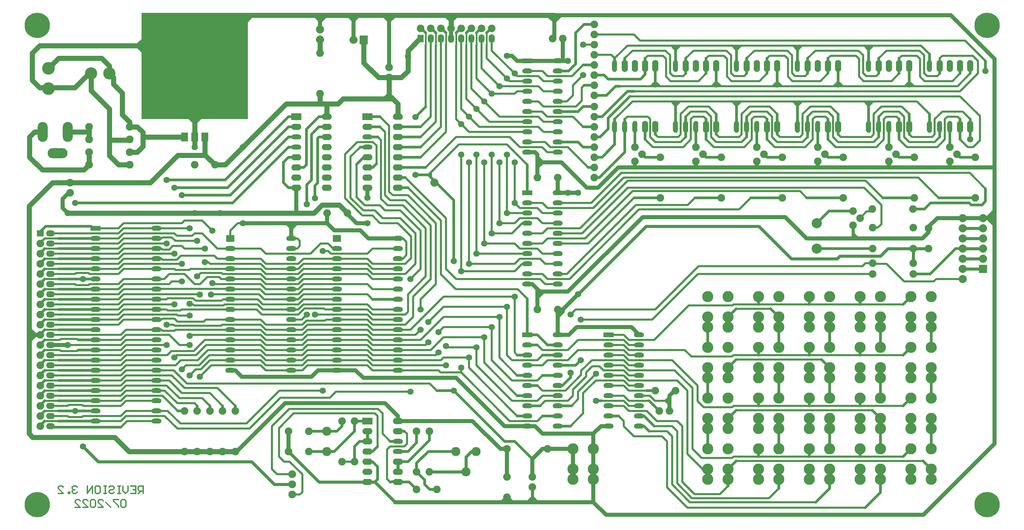
<source format=gbl>
G04 Layer_Physical_Order=2*
G04 Layer_Color=16711680*
%FSLAX25Y25*%
%MOIN*%
G70*
G01*
G75*
%ADD10C,0.02000*%
%ADD11C,0.04000*%
%ADD12C,0.02500*%
%ADD13R,1.04600X1.05000*%
%ADD14C,0.11000*%
%ADD15C,0.08000*%
%ADD16C,0.07500*%
%ADD17O,0.10000X0.05000*%
%ADD18R,0.10000X0.05000*%
%ADD19R,0.10000X0.07000*%
%ADD20O,0.10000X0.06000*%
%ADD21R,0.08000X0.06500*%
%ADD22C,0.12000*%
%ADD23O,0.06000X0.08500*%
%ADD24R,0.06000X0.07500*%
%ADD25C,0.10000*%
%ADD26C,0.09000*%
%ADD27R,0.07000X0.06000*%
%ADD28O,0.08500X0.06000*%
%ADD29O,0.05000X0.12000*%
%ADD30O,0.06000X0.12000*%
%ADD31R,0.08000X0.08500*%
%ADD32O,0.08000X0.07600*%
%ADD33C,0.07600*%
%ADD34R,0.08000X0.08000*%
%ADD35O,0.19700X0.09800*%
%ADD36O,0.09800X0.19700*%
%ADD37C,0.12500*%
%ADD38C,0.25000*%
%ADD39R,0.07000X0.09000*%
%ADD40C,0.24000*%
%ADD41C,0.06200*%
%ADD42C,0.03000*%
%ADD43C,0.05000*%
%ADD44C,0.01500*%
%ADD45C,0.01400*%
D10*
X826500Y680000D02*
X831500D01*
X819000Y672500D02*
X826500Y680000D01*
X879000Y655000D02*
X885000D01*
X887500Y657500D01*
Y662500D01*
X885000Y665000D02*
X887500Y662500D01*
X879000Y665000D02*
X885000D01*
X853500Y610000D02*
X886000D01*
X848500Y615000D02*
X853500Y610000D01*
X819000Y615000D02*
X848500D01*
X852500Y605000D02*
X879000D01*
X847500Y610000D02*
X852500Y605000D01*
X800500Y610000D02*
X847500D01*
X851000Y600000D02*
X886000D01*
X846000Y605000D02*
X851000Y600000D01*
X819000Y605000D02*
X846000D01*
X779000Y600000D02*
X782500D01*
X851000Y595000D02*
X879000D01*
X846000Y600000D02*
X851000Y595000D01*
X813500Y600000D02*
X846000D01*
X850000Y590000D02*
X886000D01*
X845000Y595000D02*
X850000Y590000D01*
X819000Y595000D02*
X845000D01*
X800000Y609500D02*
X800500Y610000D01*
X746600Y615100D02*
X818900D01*
X819000Y615000D01*
X746500D02*
X746600Y615100D01*
X789500Y620000D02*
X796500Y627000D01*
X784000Y620000D02*
X789500D01*
X774000Y630000D02*
X784000Y620000D01*
X782500Y606000D02*
X785000Y603500D01*
X810500D01*
X757500Y606000D02*
X782500D01*
X783500Y599000D02*
X812500D01*
X810500Y603500D02*
X812000Y605000D01*
X782500Y600000D02*
X783500Y599000D01*
X812500D02*
X813500Y600000D01*
X631500Y660000D02*
X636500Y665000D01*
X908000Y660000D02*
X915500D01*
X898000Y650000D02*
X908000Y660000D01*
X854000Y650000D02*
X898000D01*
X915500Y660000D02*
X920500Y655000D01*
X918000Y650000D02*
X954000D01*
X915500Y652500D02*
X918000Y650000D01*
X910000Y652500D02*
X915500D01*
X923000Y514000D02*
X996500D01*
X917000Y508000D02*
X923000Y514000D01*
X868500Y508000D02*
X917000D01*
X867500Y515000D02*
X910000D01*
X902500Y590000D02*
X954000D01*
X890000Y415000D02*
Y432500D01*
X877500Y445000D02*
X890000Y432500D01*
X872000Y445000D02*
X877500D01*
X860000Y480000D02*
X877000Y497000D01*
X860000Y437500D02*
Y480000D01*
Y437500D02*
X865000Y432500D01*
X867000Y478000D02*
X881500Y492500D01*
X867000Y450000D02*
Y478000D01*
Y450000D02*
X872000Y445000D01*
X865000Y432500D02*
X880000D01*
X1141500Y801000D02*
X1142500Y800000D01*
X1154000Y590000D02*
X1159000Y595000D01*
X1444500Y640500D02*
X1451500D01*
X1452000Y640000D01*
X1465000D01*
X1482500Y622500D01*
X1511500D01*
X1514000Y625000D01*
X1540000D01*
X1451500Y676500D02*
X1452500Y675500D01*
X1445500Y691500D02*
X1451000D01*
X949000Y687500D02*
X959000D01*
X932000Y704500D02*
X949000Y687500D01*
X932000Y704500D02*
Y748000D01*
X950000Y692500D02*
X961500D01*
X937500Y705000D02*
X950000Y692500D01*
X937500Y705000D02*
Y745500D01*
X1232000Y510000D02*
X1237000Y505000D01*
X1221500Y510000D02*
X1232000D01*
X1237000Y505000D02*
X1247500D01*
X1250500Y502000D02*
X1251500D01*
X1247500Y505000D02*
X1250500Y502000D01*
X1247500Y505000D02*
X1251500D01*
Y509000D02*
Y510000D01*
X1247500Y505000D02*
X1251500Y509000D01*
X819000Y665000D02*
Y672500D01*
X1460000Y679000D02*
Y698000D01*
X1443000Y715000D02*
X1460000Y698000D01*
X1210500Y715000D02*
X1443000D01*
X1452500Y675500D02*
X1456500D01*
X1460000Y679000D01*
X1439000Y685000D02*
X1445500Y691500D01*
X1441500Y637500D02*
X1444500Y640500D01*
X1280000Y637500D02*
X1441500D01*
X1259000Y525000D02*
X1269000Y515000D01*
Y452500D02*
Y515000D01*
X1276000Y413000D02*
X1301000D01*
X1271500Y405000D02*
X1395500D01*
X1273500Y409000D02*
X1349500D01*
X1197500Y782500D02*
X1215000Y800000D01*
X1495000D01*
X1507500Y787500D01*
X1275000Y785000D02*
X1285000D01*
X1270000Y795000D02*
X1290000D01*
X1272500Y790000D02*
X1287500D01*
X1272500Y762500D02*
Y782500D01*
X1262500Y767500D02*
Y787500D01*
X1272500Y782500D02*
X1275000Y785000D01*
X1262500Y787500D02*
X1270000Y795000D01*
X1262500Y760000D02*
X1267500Y765000D01*
Y785000D02*
X1272500Y790000D01*
X1265000Y755000D02*
X1272500Y762500D01*
X1260000Y765000D02*
X1262500Y767500D01*
X1292500Y765000D02*
Y785000D01*
X1297500Y767500D02*
X1300000Y765000D01*
X1292500D02*
X1297500Y760000D01*
X1287500Y790000D02*
X1292500Y785000D01*
X1290000Y795000D02*
X1297500Y787500D01*
X1287500Y762500D02*
X1295000Y755000D01*
X1285000Y785000D02*
X1287500Y782500D01*
X1335000Y785000D02*
X1345000D01*
X1330000Y795000D02*
X1350000D01*
X1332500Y790000D02*
X1347500D01*
X1332500Y762500D02*
Y782500D01*
X1322500Y767500D02*
Y787500D01*
X1332500Y782500D02*
X1335000Y785000D01*
X1322500Y787500D02*
X1330000Y795000D01*
X1322500Y760000D02*
X1327500Y765000D01*
Y785000D02*
X1332500Y790000D01*
X1325000Y755000D02*
X1332500Y762500D01*
X1320000Y765000D02*
X1322500Y767500D01*
X1352500Y765000D02*
Y785000D01*
X1357500Y767500D02*
X1360000Y765000D01*
X1352500D02*
X1357500Y760000D01*
X1347500Y790000D02*
X1352500Y785000D01*
X1350000Y795000D02*
X1357500Y787500D01*
X1347500Y762500D02*
X1355000Y755000D01*
X1345000Y785000D02*
X1347500Y782500D01*
X1395000Y785000D02*
X1405000D01*
X1390000Y795000D02*
X1410000D01*
X1392500Y790000D02*
X1407500D01*
X1392500Y762500D02*
Y782500D01*
X1382500Y767500D02*
Y787500D01*
X1392500Y782500D02*
X1395000Y785000D01*
X1382500Y787500D02*
X1390000Y795000D01*
X1382500Y760000D02*
X1387500Y765000D01*
Y785000D02*
X1392500Y790000D01*
X1385000Y755000D02*
X1392500Y762500D01*
X1380000Y765000D02*
X1382500Y767500D01*
X1412500Y765000D02*
Y785000D01*
X1417500Y767500D02*
X1420000Y765000D01*
X1412500D02*
X1417500Y760000D01*
X1407500Y790000D02*
X1412500Y785000D01*
X1410000Y795000D02*
X1417500Y787500D01*
X1407500Y762500D02*
X1415000Y755000D01*
X1405000Y785000D02*
X1407500Y782500D01*
X1465000Y785000D02*
X1475000D01*
X1460000Y795000D02*
X1480000D01*
X1462500Y790000D02*
X1477500D01*
X1462500Y762500D02*
Y782500D01*
X1452500Y767500D02*
Y787500D01*
X1462500Y782500D02*
X1465000Y785000D01*
X1452500Y787500D02*
X1460000Y795000D01*
X1452500Y760000D02*
X1457500Y765000D01*
Y785000D02*
X1462500Y790000D01*
X1455000Y755000D02*
X1462500Y762500D01*
X1450000Y765000D02*
X1452500Y767500D01*
X1482500Y765000D02*
Y785000D01*
X1487500Y767500D02*
X1490000Y765000D01*
X1482500D02*
X1487500Y760000D01*
X1477500Y790000D02*
X1482500Y785000D01*
X1480000Y795000D02*
X1487500Y787500D01*
X1477500Y762500D02*
X1485000Y755000D01*
X1475000Y785000D02*
X1477500Y782500D01*
X1240000Y765000D02*
X1260000D01*
X1237500Y760000D02*
X1262500D01*
X1235000Y755000D02*
X1265000D01*
X1210000Y785000D02*
X1230000D01*
X1207500Y782500D02*
X1210000Y785000D01*
X1232500Y765000D02*
Y782500D01*
X1230000Y785000D02*
X1232500Y782500D01*
X1237500Y767500D02*
X1240000Y765000D01*
X1232500D02*
X1237500Y760000D01*
X1227500Y762500D02*
X1235000Y755000D01*
X1300000Y765000D02*
X1320000D01*
X1297500Y760000D02*
X1322500D01*
X1295000Y755000D02*
X1325000D01*
X1360000Y765000D02*
X1380000D01*
X1357500Y760000D02*
X1382500D01*
X1355000Y755000D02*
X1385000D01*
X1420000Y765000D02*
X1450000D01*
X1417500Y760000D02*
X1452500D01*
X1415000Y755000D02*
X1455000D01*
X1490000Y765000D02*
X1510000D01*
X1487500Y760000D02*
X1512500D01*
X1485000Y755000D02*
X1515000D01*
X1525000Y785000D02*
X1535000D01*
X1520000Y790000D02*
X1540000D01*
X1512500Y767500D02*
Y782500D01*
X1520000Y790000D01*
X1510000Y765000D02*
X1512500Y767500D01*
Y760000D02*
X1517500Y765000D01*
X1522500Y762500D02*
Y782500D01*
X1540000Y790000D02*
X1547500Y782500D01*
X1535000Y785000D02*
X1537500Y782500D01*
X1522500D02*
X1525000Y785000D01*
X1515000Y755000D02*
X1522500Y762500D01*
X1237500Y815000D02*
X1297500D01*
X1357500D01*
X1417500D01*
X1535000D02*
X1547500Y827500D01*
X1197500Y842500D02*
X1210000Y855000D01*
X1499000D01*
X1507500Y846500D01*
X1255000Y825000D02*
X1265000D01*
X1252500Y820000D02*
X1280000D01*
X1248000Y824500D02*
Y842000D01*
X1247500Y850000D02*
X1252000Y845500D01*
X1245000Y845000D02*
X1248000Y842000D01*
Y824500D02*
X1252500Y820000D01*
X1252000Y828000D02*
Y845500D01*
X1280000Y820000D02*
X1287500Y827500D01*
X1265000Y825000D02*
X1267500Y827500D01*
X1252000Y828000D02*
X1255000Y825000D01*
X1315000D02*
X1325000D01*
X1312500Y820000D02*
X1340000D01*
X1308000Y824500D02*
Y842000D01*
X1307500Y850000D02*
X1312000Y845500D01*
X1305000Y845000D02*
X1308000Y842000D01*
Y824500D02*
X1312500Y820000D01*
X1312000Y828000D02*
Y845500D01*
X1340000Y820000D02*
X1347500Y827500D01*
X1325000Y825000D02*
X1327500Y827500D01*
X1312000Y828000D02*
X1315000Y825000D01*
X1375000D02*
X1385000D01*
X1372500Y820000D02*
X1400000D01*
X1368000Y824500D02*
Y842000D01*
X1367500Y850000D02*
X1372000Y845500D01*
X1365000Y845000D02*
X1368000Y842000D01*
Y824500D02*
X1372500Y820000D01*
X1372000Y828000D02*
Y845500D01*
X1400000Y820000D02*
X1407500Y827500D01*
X1385000Y825000D02*
X1387500Y827500D01*
X1372000Y828000D02*
X1375000Y825000D01*
X1445000D02*
X1455000D01*
X1442500Y820000D02*
X1470000D01*
X1438000Y824500D02*
Y842000D01*
X1437500Y850000D02*
X1442000Y845500D01*
X1435000Y845000D02*
X1438000Y842000D01*
Y824500D02*
X1442500Y820000D01*
X1442000Y828000D02*
Y845500D01*
X1470000Y820000D02*
X1477500Y827500D01*
X1455000Y825000D02*
X1457500Y827500D01*
X1442000Y828000D02*
X1445000Y825000D01*
X1505000D02*
X1515000D01*
X1502500Y820000D02*
X1530000D01*
X1498000Y824500D02*
Y842000D01*
X1497500Y850000D02*
X1502000Y845500D01*
X1495000Y845000D02*
X1498000Y842000D01*
Y824500D02*
X1502500Y820000D01*
X1502000Y828000D02*
Y845500D01*
X1530000Y820000D02*
X1537500Y827500D01*
X1515000Y825000D02*
X1517500Y827500D01*
X1502000Y828000D02*
X1505000Y825000D01*
X1230000Y845000D02*
X1245000D01*
X1215000Y850000D02*
X1247500D01*
X1207500Y842500D02*
X1215000Y850000D01*
X1227500Y842500D02*
X1230000Y845000D01*
X1290000D02*
X1305000D01*
X1275000Y850000D02*
X1307500D01*
X1267500Y842500D02*
X1275000Y850000D01*
X1287500Y842500D02*
X1290000Y845000D01*
X1350000D02*
X1365000D01*
X1335000Y850000D02*
X1367500D01*
X1327500Y842500D02*
X1335000Y850000D01*
X1347500Y842500D02*
X1350000Y845000D01*
X1410000D02*
X1435000D01*
X1387500Y842500D02*
X1395000Y850000D01*
X1407500Y842500D02*
X1410000Y845000D01*
X1480000D02*
X1495000D01*
X1465000Y850000D02*
X1497500D01*
X1457500Y842500D02*
X1465000Y850000D01*
X1477500Y842500D02*
X1480000Y845000D01*
X1537500Y810000D02*
X1555000Y827500D01*
X1520000Y845000D02*
X1550000D01*
X1517500Y835000D02*
Y842500D01*
X1520000Y845000D01*
X1555000Y827500D02*
Y840000D01*
X1550000Y845000D02*
X1555000Y840000D01*
X1542500Y860000D02*
X1562500Y840000D01*
X1222500Y860000D02*
X1542500D01*
X1395000Y850000D02*
X1437500D01*
X1155500Y825000D02*
X1166500Y836000D01*
Y856000D02*
X1176500D01*
X1165000Y813500D02*
X1167500Y816000D01*
X1165000Y800500D02*
Y813500D01*
X1159500Y795000D02*
X1165000Y800500D01*
X1127500Y795000D02*
X1159500D01*
X1142500Y800000D02*
X1150500D01*
X1156500Y806000D01*
Y816000D02*
X1166500Y826000D01*
X1156500Y806000D02*
Y816000D01*
X767000Y502500D02*
X784000D01*
X769000Y507500D02*
X791500D01*
X771500Y512500D02*
X799000D01*
X774000Y517500D02*
X806500D01*
X784000Y502500D02*
X786500Y500000D01*
X791500Y507500D02*
X799000Y500000D01*
Y512500D02*
X811500Y500000D01*
X806500Y517500D02*
X824000Y500000D01*
X761500Y530000D02*
X774000Y517500D01*
X642000Y520000D02*
X711500D01*
X641500D02*
X642000D01*
X641500Y560000D02*
X642000D01*
X776500Y522000D02*
X1015500D01*
X642000Y530000D02*
X711500D01*
X641500D02*
X642000D01*
Y510000D02*
X711500D01*
X641500D02*
X642000D01*
X1026500Y862000D02*
Y862500D01*
Y775000D02*
Y862000D01*
X1016500D02*
Y862500D01*
Y785000D02*
Y862000D01*
X1056500D02*
Y862500D01*
Y812500D02*
Y862000D01*
X642000Y500000D02*
X659000D01*
X641500D02*
X642000D01*
Y570000D02*
X711500D01*
X641500D02*
X642000D01*
X1066500Y862000D02*
Y862500D01*
Y832500D02*
Y862000D01*
X642000Y670000D02*
X709000D01*
X641500D02*
X642000D01*
Y660000D02*
X709000D01*
X641500D02*
X642000D01*
Y650000D02*
X709000D01*
X641500D02*
X642000D01*
Y490000D02*
X659000D01*
X641500D02*
X642000D01*
Y540000D02*
X711500D01*
X641500D02*
X642000D01*
Y590000D02*
X709000D01*
X641500D02*
X642000D01*
X1076500Y862000D02*
Y862500D01*
Y850000D02*
Y862000D01*
X642000Y640000D02*
X709000D01*
X641500D02*
X642000D01*
Y610000D02*
X709000D01*
X641500D02*
X642000D01*
Y600000D02*
X709000D01*
X641500D02*
X642000D01*
Y580000D02*
X709000D01*
X641500D02*
X642000D01*
X1046500Y862000D02*
Y862500D01*
Y792500D02*
Y862000D01*
X642000Y630000D02*
X666500D01*
X641500D02*
X642000D01*
Y620000D02*
X666500D01*
X641500D02*
X642000D01*
Y550000D02*
X711500D01*
X641500D02*
X642000D01*
X1380000Y711500D02*
X1386500Y705000D01*
X1313500Y599000D02*
X1314500Y600000D01*
X1313000Y548500D02*
X1314500Y550000D01*
X1313000Y498500D02*
X1314500Y500000D01*
X1313000Y448500D02*
X1314500Y450000D01*
X1249000Y475000D02*
X1254000Y470000D01*
Y480000D02*
X1259000Y475000D01*
Y485000D02*
X1264000Y480000D01*
X1274000Y457500D02*
X1283000Y448500D01*
X1269500Y698000D02*
X1276500Y705000D01*
X1266500Y555000D02*
X1273000Y548500D01*
X1279000Y504500D02*
X1285000Y498500D01*
X1274000Y457500D02*
Y517500D01*
X1279000Y504500D02*
Y520000D01*
X1244000Y470000D02*
X1249000Y465000D01*
X1229000Y495000D02*
X1239000Y485000D01*
X1206500Y480000D02*
X1216500Y470000D01*
X1206500Y510000D02*
X1211500Y505000D01*
X1206500Y520000D02*
X1211500Y515000D01*
X1206500Y560000D02*
X1211500Y555000D01*
X1206500Y530000D02*
X1211500Y525000D01*
X1206500Y550000D02*
X1211500Y545000D01*
X1206500Y565000D02*
X1211500Y560000D01*
X1206500Y555000D02*
X1211500Y550000D01*
X1206500Y545000D02*
X1211500Y540000D01*
X1206500Y535000D02*
X1211500Y530000D01*
X1206500Y525000D02*
X1211500Y520000D01*
X1206500Y570000D02*
X1211500Y565000D01*
X1206500Y540000D02*
X1211500Y535000D01*
X1206500Y505000D02*
X1211500Y500000D01*
X1201500Y490000D02*
X1206500Y485000D01*
Y500000D02*
X1211500Y495000D01*
X1206500Y480000D02*
Y485000D01*
X1156500Y785000D02*
X1166500Y775000D01*
X1155000Y500000D02*
X1161500Y506500D01*
X1182500Y539000D02*
X1186500Y535000D01*
X1169500Y533000D02*
X1175500Y539000D01*
X1156500Y510000D02*
Y516000D01*
X1161500Y506500D02*
Y514000D01*
X1166500Y492500D02*
Y512500D01*
X1169500Y529000D02*
Y533000D01*
X1164500Y530500D02*
Y534500D01*
X1122500Y775000D02*
X1127500Y770000D01*
X1124000Y625000D02*
X1129000Y620000D01*
X1124000Y645000D02*
X1129000Y640000D01*
X1124000Y500000D02*
X1129000Y505000D01*
X1122500Y825000D02*
X1127500Y820000D01*
X1122500Y815000D02*
X1127500Y810000D01*
X1122500Y785000D02*
X1127500Y780000D01*
X1122500Y800000D02*
X1127500Y795000D01*
X1121500Y545000D02*
X1126500Y550000D01*
X1121500Y485000D02*
X1126500Y490000D01*
X1121500Y505000D02*
X1126500Y510000D01*
X1121500Y525000D02*
X1126500Y530000D01*
X1121500Y695000D02*
X1126500Y690000D01*
X1121500Y560000D02*
X1126500Y555000D01*
X1121500Y655000D02*
X1126500Y650000D01*
X1121500Y685000D02*
X1126500Y680000D01*
X1121500Y520000D02*
X1126500Y515000D01*
Y700000D02*
X1131500Y695000D01*
X1129000Y760000D02*
X1134000Y755000D01*
X1126000Y790000D02*
X1131000Y785000D01*
X1126500Y830000D02*
X1131500Y825000D01*
X1126500Y670000D02*
X1131500Y675000D01*
X1126500Y660000D02*
X1131500Y665000D01*
X1126500Y630000D02*
X1131500Y625000D01*
X1126000Y755000D02*
X1131000Y750000D01*
X1126500Y540000D02*
X1131500Y545000D01*
X1151500D02*
X1161500Y555000D01*
X1151500D02*
X1161500Y565000D01*
X1151500Y505000D02*
X1156500Y510000D01*
X1091500Y550000D02*
X1096500Y545000D01*
X1091500Y822500D02*
X1094000Y820000D01*
X1099000Y552500D02*
X1101500Y550000D01*
X1094000Y765000D02*
X1104000Y755000D01*
X1099000Y807500D02*
X1101500Y810000D01*
X1099000Y827500D02*
X1101500Y825000D01*
X1099000Y700000D02*
X1104000Y695000D01*
X1099000Y680000D02*
X1104000Y685000D01*
X1096500Y670000D02*
X1106500Y680000D01*
X1099000Y660000D02*
X1104000Y655000D01*
X1099000Y640000D02*
X1104000Y645000D01*
X1099000Y632500D02*
X1106500Y640000D01*
X1102000Y615000D02*
X1111500Y605500D01*
X1091500Y690000D02*
Y747500D01*
Y550000D02*
Y597500D01*
X1099000Y700000D02*
Y740000D01*
Y552500D02*
Y607500D01*
X1061500Y650000D02*
Y747500D01*
Y540000D02*
Y557500D01*
Y822500D02*
Y856000D01*
X1076500Y670000D02*
Y747500D01*
Y545000D02*
Y577500D01*
X1069000Y660000D02*
Y740000D01*
Y542500D02*
Y567500D01*
X1071500Y842500D02*
Y856000D01*
X1084000Y680000D02*
Y740000D01*
Y547500D02*
Y587500D01*
X1026500Y545000D02*
X1029000Y547500D01*
X1024000Y535000D02*
X1026000Y533000D01*
X1024000Y572500D02*
X1029000Y577500D01*
X1031500Y635000D02*
X1041500Y625000D01*
X1031500Y559000D02*
X1033000Y557500D01*
X1041500Y782500D02*
X1046500Y777500D01*
X1051500Y802500D02*
X1061500Y792500D01*
X1046500D02*
X1054000Y785000D01*
X1046500Y777500D02*
X1054000Y770000D01*
Y785000D02*
X1064000Y775000D01*
X1026500Y629500D02*
Y682500D01*
X1031500Y635000D02*
Y685000D01*
Y770000D02*
Y856000D01*
X1041500Y782500D02*
Y856000D01*
X1054000Y640000D02*
Y740000D01*
Y537500D02*
Y547500D01*
X1046500Y632500D02*
Y747500D01*
X1051500Y802500D02*
Y856000D01*
X1046500Y533000D02*
Y537500D01*
X1015500Y522000D02*
X1022500Y515000D01*
X996500Y625000D02*
X1006500Y635000D01*
X1001500Y570000D02*
X1006500Y575000D01*
Y775000D02*
X1016500Y785000D01*
X1021500Y550000D02*
X1024000Y552500D01*
X1011500Y560000D02*
X1014000Y562500D01*
X997000Y645500D02*
Y667000D01*
X993000Y462500D02*
Y472500D01*
X994000Y592500D02*
Y610000D01*
X992500Y648500D02*
Y661500D01*
X1001500Y640000D02*
Y670000D01*
X999000Y587500D02*
Y607500D01*
X1011500Y627500D02*
Y675000D01*
X1006500Y635000D02*
Y672500D01*
X1016500Y625000D02*
Y677500D01*
X1021500Y780000D02*
Y856000D01*
X1006500Y595000D02*
Y605000D01*
X1011500Y794500D02*
Y856000D01*
X964500Y497000D02*
X969000Y492500D01*
X964500Y765000D02*
X967500Y762000D01*
X961500Y692500D02*
X969000Y685000D01*
X961500Y492500D02*
X964000Y490000D01*
X966500Y785000D02*
X975500Y776000D01*
X966500Y775000D02*
X971500Y770000D01*
X966500Y697500D02*
X971500Y692500D01*
X967500Y704000D02*
X974000Y697500D01*
X971500Y707500D02*
X976500Y702500D01*
X969000Y472500D02*
X976500Y465000D01*
X990500Y475000D02*
X993000Y472500D01*
X990500Y460000D02*
X993000Y462500D01*
X973500Y457000D02*
X976500Y460000D01*
X991500Y590000D02*
X994000Y592500D01*
X991500Y640000D02*
X997000Y645500D01*
X975500Y711000D02*
X979000Y707500D01*
X973500Y428000D02*
X976500Y425000D01*
X991500Y630000D02*
X1001500Y640000D01*
X991500Y580000D02*
X999000Y587500D01*
X963000Y738500D02*
Y756500D01*
X964000Y460000D02*
Y490000D01*
X971500Y707500D02*
Y770000D01*
X967500Y704000D02*
Y762000D01*
X969000Y472500D02*
Y492500D01*
X973500Y428000D02*
Y457000D01*
X975500Y711000D02*
Y776000D01*
X937500Y745500D02*
X947000Y755000D01*
X959500Y760000D02*
X963000Y756500D01*
X954000Y645000D02*
X959000Y640000D01*
X954000Y635000D02*
X959000Y630000D01*
X954000Y650000D02*
X959000Y655000D01*
X954000Y590000D02*
X959000Y585000D01*
X954000Y610000D02*
X959000Y605000D01*
X954000Y570000D02*
X959000Y565000D01*
X954000Y560000D02*
X959000Y555000D01*
X954000Y550000D02*
X959000Y545000D01*
X954000Y540000D02*
X959000Y535000D01*
X954000Y565000D02*
X959000Y560000D01*
X954000Y555000D02*
X959000Y550000D01*
X954000Y545000D02*
X959000Y540000D01*
X954000Y600000D02*
X959000Y595000D01*
X954000Y580000D02*
X959000Y575000D01*
X954000Y630000D02*
X959000Y625000D01*
X954000Y620000D02*
X959000Y615000D01*
X954000Y640000D02*
X959000Y635000D01*
X954000Y585000D02*
X959000Y580000D01*
X954000Y575000D02*
X959000Y570000D01*
X954000Y595000D02*
X959000Y590000D01*
Y687500D02*
X966500Y680000D01*
X943500Y705500D02*
X951500Y697500D01*
X943500Y705500D02*
Y738000D01*
X911500Y596000D02*
X912500Y595000D01*
Y584000D02*
X913500Y585000D01*
X889500D02*
X894500Y590000D01*
X890000Y565000D02*
X895000Y570000D01*
X890000Y555000D02*
X895000Y560000D01*
X890000Y545000D02*
X895000Y550000D01*
X890000Y535000D02*
X895000Y540000D01*
X890000D02*
X895000Y545000D01*
X890000Y550000D02*
X895000Y555000D01*
X890000Y560000D02*
X895000Y565000D01*
X890000Y575000D02*
X895000Y580000D01*
X890000Y570000D02*
X895000Y575000D01*
X890000Y580000D02*
X894000Y584000D01*
X886000Y590000D02*
X892000Y596000D01*
X886000Y640000D02*
X891000Y645000D01*
X886000Y635000D02*
X891000Y640000D01*
X886000Y630000D02*
X891000Y635000D01*
X886000Y625000D02*
X891000Y630000D01*
X886000Y620000D02*
X891000Y625000D01*
X886000Y615000D02*
X891000Y620000D01*
X886000Y610000D02*
X891000Y615000D01*
X886000Y605000D02*
X891000Y610000D01*
X886000Y600000D02*
X891000Y605000D01*
X886000Y595000D02*
X891000Y600000D01*
X849000Y545000D02*
X854000Y540000D01*
X849000Y555000D02*
X854000Y550000D01*
X849000Y565000D02*
X854000Y560000D01*
X849000Y570000D02*
X854000Y565000D01*
X849000Y540000D02*
X854000Y535000D01*
X849000Y550000D02*
X854000Y545000D01*
X849000Y560000D02*
X854000Y555000D01*
X849000Y575000D02*
X854000Y570000D01*
X849000Y585000D02*
X854000Y580000D01*
X849000D02*
X854000Y575000D01*
X849000Y625000D02*
X854000Y620000D01*
X849000D02*
X854000Y615000D01*
X849000Y630000D02*
X854000Y625000D01*
X849000Y635000D02*
X854000Y630000D01*
X849000Y640000D02*
X854000Y635000D01*
X849000Y645000D02*
X854000Y640000D01*
X849000Y655000D02*
X854000Y650000D01*
X803500Y648000D02*
X806500Y645000D01*
X801500Y621000D02*
X802500Y620000D01*
X808000Y627000D02*
X810000Y625000D01*
Y579000D02*
X811000Y580000D01*
X810500Y631000D02*
X811500Y630000D01*
X1111500Y800000D02*
X1122500D01*
X1076500Y807500D02*
X1099000D01*
X1131500Y825000D02*
X1155500D01*
X1127500Y820000D02*
X1141500D01*
X1094000D02*
X1111500D01*
X1101500Y825000D02*
X1122500D01*
X1111500Y830000D02*
X1126500D01*
X1101500Y810000D02*
X1111500D01*
X1127500D02*
X1141500D01*
X1084000Y815000D02*
X1122500D01*
X771500Y536000D02*
X775500Y540000D01*
X771500Y680000D02*
X774000Y682500D01*
X771500Y657500D02*
X774000Y655000D01*
X770000Y594000D02*
X771000Y595000D01*
X779000Y530000D02*
X785000Y536000D01*
X779000Y569000D02*
X780500Y570000D01*
X779000Y634000D02*
X780000Y635000D01*
X793000Y583000D02*
X795000Y585000D01*
X786500Y627500D02*
X790000Y631000D01*
Y536000D02*
X799000Y545000D01*
X797500Y641500D02*
X799000Y640000D01*
X791500Y682500D02*
X801500Y672500D01*
X788500Y540000D02*
X798500Y550000D01*
X787000Y545000D02*
X797000Y555000D01*
X785500Y550000D02*
X795500Y560000D01*
X781500Y667500D02*
X784000Y670000D01*
X788000Y610000D02*
X789000Y609500D01*
X1054000Y770000D02*
X1111500D01*
X1127500D02*
X1141500D01*
X1064000Y775000D02*
X1122500D01*
X1111500Y790000D02*
X1126000D01*
X1127500Y780000D02*
X1141500D01*
X1074000D02*
X1111500D01*
X1084000Y785000D02*
X1122500D01*
X1131000D02*
X1156500D01*
X759000Y570000D02*
X769000Y560000D01*
X759000Y654000D02*
X762500Y657500D01*
X761500Y666000D02*
X765000Y662500D01*
X764000Y670000D02*
X766500Y667500D01*
Y644000D02*
X770500Y648000D01*
X754000Y625000D02*
X759000Y630000D01*
Y620000D02*
X761500Y622500D01*
X765500Y540000D02*
X770500Y545000D01*
X757000Y550000D02*
X761000Y554000D01*
X764000Y547500D02*
X766500Y550000D01*
X751500Y665000D02*
X752500Y666000D01*
X751500Y655000D02*
X752500Y654000D01*
X764000Y635000D02*
X765000Y634000D01*
X751500Y645000D02*
X752500Y644000D01*
X756500Y605000D02*
X757500Y606000D01*
X756500Y595000D02*
X757500Y594000D01*
X751500Y585000D02*
X752500Y586000D01*
X764000D02*
X767000Y583000D01*
X751500Y575000D02*
X752500Y574000D01*
X764000D02*
X765000Y575000D01*
X763500Y580000D02*
X764500Y579000D01*
X766500Y590000D02*
X767500Y589000D01*
X944000Y760000D02*
X959500D01*
X1134000Y755000D02*
X1151500D01*
X1111500Y760000D02*
X1129000D01*
X1104000Y755000D02*
X1126000D01*
X1041500Y765000D02*
X1094000D01*
X1044000Y757500D02*
X1091500D01*
X1131000Y750000D02*
X1141500D01*
X709000Y580000D02*
X714000Y585000D01*
X709000D02*
X714000Y590000D01*
X709000D02*
X714000Y595000D01*
X709000D02*
X714000Y600000D01*
X709000D02*
X714000Y605000D01*
X709000D02*
X714000Y610000D01*
X709000D02*
X714000Y615000D01*
X709000D02*
X714000Y620000D01*
X709000D02*
X714000Y625000D01*
X709000Y630000D02*
X714000Y635000D01*
X709000D02*
X714000Y640000D01*
X709000D02*
X714000Y645000D01*
X709000D02*
X714000Y650000D01*
X709000D02*
X714000Y655000D01*
X709000D02*
X714000Y660000D01*
X709000D02*
X714000Y665000D01*
X709000D02*
X714000Y670000D01*
X709000D02*
X714000Y675000D01*
X709000D02*
X714000Y680000D01*
X711500Y500000D02*
X716500Y505000D01*
X711500Y479000D02*
X717500Y485000D01*
X711500Y490000D02*
X716500Y495000D01*
X711500Y485000D02*
X716500Y490000D01*
X711500Y530000D02*
X716500Y535000D01*
X711500Y510000D02*
X716500Y515000D01*
X711500Y520000D02*
X716500Y525000D01*
X711500D02*
X716500Y530000D01*
X711500Y515000D02*
X716500Y520000D01*
X711500Y505000D02*
X716500Y510000D01*
X711500Y565000D02*
X716500Y570000D01*
X711500Y555000D02*
X716500Y560000D01*
X711500Y535000D02*
X716500Y540000D01*
X711500Y545000D02*
X716500Y550000D01*
X711500Y560000D02*
X716500Y565000D01*
X711500Y550000D02*
X716500Y555000D01*
X711500Y540000D02*
X716500Y545000D01*
X711500Y570000D02*
X716500Y575000D01*
X1215000Y711500D02*
X1380000D01*
X1206500Y725000D02*
X1496500D01*
X1204000Y729500D02*
X1547000D01*
X673000Y501000D02*
X674000Y500000D01*
X673000Y489000D02*
X674000Y490000D01*
X679500Y619000D02*
X680500Y620000D01*
X679500Y631000D02*
X680500Y630000D01*
X714000Y675000D02*
X746500D01*
X687000D02*
X709000D01*
X1131500D02*
X1163500D01*
X746500D02*
X779000D01*
X966500Y680000D02*
X984000D01*
X714000D02*
X771500D01*
X1106500D02*
X1111500D01*
X1126500D02*
X1141500D01*
X1084000D02*
X1099000D01*
X1221500Y693500D02*
X1320000D01*
X1218500Y698000D02*
X1269500D01*
X1131500Y695000D02*
X1176500D01*
X1111500Y700000D02*
X1126500D01*
X974000Y697500D02*
X989000D01*
X971500Y692500D02*
X986500D01*
X1141500Y700000D02*
X1174500D01*
X1104000Y695000D02*
X1121500D01*
X1091500Y690000D02*
X1111500D01*
X1126500D02*
X1141500D01*
X951500Y697500D02*
X966500D01*
X976500Y702500D02*
X991500D01*
X969000Y685000D02*
X986500D01*
X774000Y682500D02*
X791500D01*
X1104000Y685000D02*
X1121500D01*
X651500Y565000D02*
X652500Y566000D01*
X651500Y555000D02*
X652500Y554000D01*
X668500Y566000D02*
X669500Y565000D01*
X668500Y554000D02*
X669500Y555000D01*
X666500Y620000D02*
X667500Y619000D01*
X666500Y630000D02*
X667500Y631000D01*
X659000Y500000D02*
X660000Y501000D01*
X659000Y490000D02*
X660000Y489000D01*
X636500Y645000D02*
X650000D01*
X794000Y641500D02*
X797500D01*
X924000Y645000D02*
X954000D01*
X984000D02*
X989000D01*
X1106500Y640000D02*
X1111500D01*
X1129000D02*
X1141500D01*
X1104000Y645000D02*
X1124000D01*
X891000D02*
X924000D01*
X819000D02*
X849000D01*
X806500D02*
X819000D01*
X714000D02*
X746500D01*
X686500D02*
X709000D01*
X959000Y640000D02*
X991500D01*
X891000D02*
X954000D01*
X799000D02*
X849000D01*
X714000D02*
X771500D01*
X1054000D02*
X1099000D01*
X752500Y644000D02*
X766500D01*
X854000Y640000D02*
X886000D01*
X746500Y645000D02*
X751500D01*
X770500Y648000D02*
X803500D01*
X636500Y665000D02*
X650000D01*
X1141500Y660000D02*
X1171500D01*
X1131500Y665000D02*
X1168500D01*
X1111500Y670000D02*
X1126500D01*
X984000Y665000D02*
X989000D01*
X714000Y660000D02*
X756500D01*
X714000Y665000D02*
X746500D01*
X686500D02*
X709000D01*
X1111500Y660000D02*
X1126500D01*
X1076500Y670000D02*
X1096500D01*
X1069000Y660000D02*
X1099000D01*
X765000Y662500D02*
X786500D01*
X784000Y670000D02*
X791500D01*
X752500Y666000D02*
X761500D01*
X714000Y670000D02*
X764000D01*
X766500Y667500D02*
X781500D01*
X746500Y665000D02*
X751500D01*
X1141500Y670000D02*
X1165500D01*
X636500Y655000D02*
X650000D01*
X959000D02*
X984000D01*
X920500D02*
X924000D01*
X774000D02*
X794000D01*
X714000Y650000D02*
X764000D01*
X714000Y655000D02*
X746500D01*
X686500D02*
X709000D01*
X819000D02*
X849000D01*
X806500D02*
X819000D01*
X752500Y654000D02*
X759000D01*
X762500Y657500D02*
X771500D01*
X1104000Y655000D02*
X1121500D01*
X1061500Y650000D02*
X1111500D01*
X1126500D02*
X1141500D01*
X746500Y655000D02*
X751500D01*
X891000Y610000D02*
X954000D01*
X714000D02*
X788000D01*
X636500Y615000D02*
X650000D01*
X959000D02*
X984000D01*
X891000D02*
X924000D01*
X854000D02*
X879000D01*
X714000D02*
X746500D01*
X686500D02*
X709000D01*
X1041000D02*
X1102000D01*
X879000D02*
X886000D01*
X636500Y635000D02*
X650000D01*
X1141500Y630000D02*
X1150500D01*
X959000D02*
X991500D01*
X924000Y635000D02*
X954000D01*
X959000D02*
X984000D01*
X891000D02*
X924000D01*
X819000D02*
X849000D01*
X854000D02*
X879000D01*
X714000D02*
X746500D01*
X686500D02*
X709000D01*
X891000Y630000D02*
X954000D01*
X680500D02*
X709000D01*
X811500D02*
X849000D01*
X1111500D02*
X1126500D01*
X1046500Y632500D02*
X1099000D01*
X780000Y635000D02*
X819000D01*
X759000Y630000D02*
X774000D01*
X879000Y635000D02*
X886000D01*
X854000Y630000D02*
X886000D01*
X667500Y631000D02*
X679500D01*
X746500Y635000D02*
X764000D01*
X765000Y634000D02*
X779000D01*
X796500Y627000D02*
X808000D01*
X790000Y631000D02*
X810500D01*
X636500Y625000D02*
X650000D01*
X959000D02*
X984000D01*
X891000D02*
X924000D01*
X819000D02*
X849000D01*
X810000D02*
X819000D01*
X714000D02*
X746500D01*
X854000D02*
X879000D01*
X891000Y620000D02*
X954000D01*
X761500Y622500D02*
X771500D01*
X680500Y620000D02*
X709000D01*
X802500D02*
X849000D01*
X746500Y625000D02*
X754000D01*
X714000Y620000D02*
X759000D01*
X1041500Y625000D02*
X1124000D01*
X1129000Y620000D02*
X1141500D01*
X1131500Y625000D02*
X1153000D01*
X879000D02*
X886000D01*
X854000Y620000D02*
X886000D01*
X667500Y619000D02*
X679500D01*
X959000Y580000D02*
X991500D01*
X895000D02*
X954000D01*
X854000D02*
X890000D01*
X811000D02*
X849000D01*
X1029000Y577500D02*
X1076500D01*
X756500Y580000D02*
X763500D01*
X764500Y579000D02*
X810000D01*
X636500Y585000D02*
X650000D01*
X879000D02*
X889500D01*
X959000D02*
X984000D01*
X924000D02*
X954000D01*
X913500D02*
X924000D01*
X819000D02*
X849000D01*
X795000D02*
X819000D01*
X714000D02*
X746500D01*
X686500D02*
X709000D01*
X746500D02*
X751500D01*
X767000Y583000D02*
X793000D01*
X894000Y584000D02*
X912500D01*
X636500Y605000D02*
X650000D01*
X636500Y595000D02*
X650000D01*
X924000D02*
X954000D01*
X959000D02*
X984000D01*
X912500D02*
X924000D01*
X771000D02*
X819000D01*
X714000D02*
X746500D01*
X686500D02*
X709000D01*
X879000D02*
X886000D01*
X891000Y605000D02*
X924000D01*
X812000D02*
X819000D01*
X714000D02*
X746500D01*
X686500D02*
X709000D01*
X891000Y600000D02*
X954000D01*
X714000D02*
X764000D01*
X1317000Y595500D02*
X1351000D01*
X1339000Y600000D02*
X1389000D01*
X1439000D01*
X1481500D01*
X1314500D02*
X1339000D01*
X1029000Y597500D02*
X1091500D01*
X1029000Y607500D02*
X1099000D01*
X879000Y605000D02*
X886000D01*
X746500D02*
X756500D01*
X746500Y595000D02*
X756500D01*
X757500Y594000D02*
X770000D01*
X892000Y596000D02*
X911500D01*
X959000Y590000D02*
X991500D01*
X1029000Y587500D02*
X1084000D01*
X767500Y589000D02*
X779000D01*
X752500Y586000D02*
X764000D01*
X714000Y590000D02*
X766500D01*
X1270500Y599000D02*
X1313500D01*
X636500Y545000D02*
X650000D01*
X1096500D02*
X1121500D01*
X1029000Y547500D02*
X1054000D01*
X716500Y545000D02*
X746500D01*
X924000D02*
X954000D01*
X959000D02*
X984000D01*
X879000D02*
X890000D01*
X895000D02*
X924000D01*
X819000D02*
X849000D01*
X799000D02*
X819000D01*
X854000D02*
X879000D01*
X686500D02*
X711500D01*
X1175000D02*
X1206500D01*
X1317000Y545500D02*
X1401000D01*
X1211500Y545000D02*
X1254000D01*
X984000D02*
X1026500D01*
X770500D02*
X787000D01*
X1131500D02*
X1151500D01*
X1273000Y548500D02*
X1313000D01*
X1191500Y550000D02*
X1206500D01*
X1211500D02*
X1221500D01*
X1339000D02*
X1389000D01*
X1439000D01*
X1481500D01*
X1314500D02*
X1339000D01*
X716500D02*
X757000D01*
X895000D02*
X954000D01*
X854000D02*
X890000D01*
X798500D02*
X849000D01*
X959000D02*
X1021500D01*
X766500D02*
X785500D01*
X636500Y575000D02*
X650000D01*
X924000D02*
X954000D01*
X716500Y565000D02*
X746500D01*
X924000D02*
X954000D01*
X959000D02*
X984000D01*
X879000D02*
X890000D01*
X895000D02*
X924000D01*
X819000D02*
X849000D01*
X794000D02*
X819000D01*
X686500D02*
X711500D01*
X854000D02*
X879000D01*
X959000Y575000D02*
X984000D01*
X879000D02*
X890000D01*
X895000Y570000D02*
X954000D01*
X895000Y575000D02*
X924000D01*
X854000Y570000D02*
X890000D01*
X819000Y575000D02*
X849000D01*
X854000D02*
X879000D01*
X780500Y570000D02*
X849000D01*
X765000Y575000D02*
X819000D01*
X716500D02*
X746500D01*
X1191500Y570000D02*
X1206500D01*
X1211500Y565000D02*
X1236500D01*
X984000Y575000D02*
X996500D01*
X984000Y565000D02*
X1006500D01*
X959000Y570000D02*
X1001500D01*
X716500D02*
X759000D01*
X1029000Y567500D02*
X1069000D01*
X1161500Y565000D02*
X1206500D01*
X636500D02*
X651500D01*
X652500Y566000D02*
X668500D01*
X746500Y575000D02*
X751500D01*
X752500Y574000D02*
X764000D01*
X659000Y560000D02*
X711500D01*
X795500D02*
X849000D01*
X895000D02*
X954000D01*
X854000D02*
X890000D01*
X716500D02*
X756500D01*
X1126500Y555000D02*
X1151500D01*
X1191500Y560000D02*
X1206500D01*
X1211500D02*
X1221500D01*
X1211500Y555000D02*
X1266500D01*
X716500D02*
X746500D01*
X924000D02*
X954000D01*
X959000D02*
X984000D01*
X879000D02*
X890000D01*
X895000D02*
X924000D01*
X819000D02*
X849000D01*
X854000D02*
X879000D01*
X797000D02*
X819000D01*
X686500D02*
X711500D01*
X984000D02*
X1016500D01*
X1033000Y557500D02*
X1061500D01*
X959000Y560000D02*
X1011500D01*
X761000Y554000D02*
X783000D01*
X1161500Y555000D02*
X1206500D01*
X769000Y560000D02*
X779000D01*
X636500Y555000D02*
X651500D01*
X652500Y554000D02*
X668500D01*
X636500Y515000D02*
X650000D01*
X1211500D02*
X1229000D01*
X746500D02*
X754500D01*
X686500D02*
X711500D01*
X716500D02*
X746500D01*
X1126500D02*
X1149000D01*
X716500Y520000D02*
X756500D01*
X1211500D02*
X1221500D01*
X1191500D02*
X1206500D01*
X636500Y535000D02*
X650000D01*
X1175500Y539000D02*
X1182500D01*
X959000Y540000D02*
X1031500D01*
X746500Y535000D02*
X763500D01*
X716500Y530000D02*
X761500D01*
X895000Y540000D02*
X954000D01*
X854000D02*
X890000D01*
X716500D02*
X765500D01*
X800500D02*
X849000D01*
X716500Y535000D02*
X746500D01*
X959000D02*
X984000D01*
X879000D02*
X890000D01*
X854000D02*
X879000D01*
X686500D02*
X711500D01*
X1191500Y540000D02*
X1206500D01*
X1191500Y530000D02*
X1206500D01*
X1211500Y540000D02*
X1221500D01*
X1211500Y530000D02*
X1221500D01*
X1186500Y535000D02*
X1206500D01*
X1211500D02*
X1256500D01*
X984000D02*
X1024000D01*
X775500Y540000D02*
X788500D01*
X785000Y536000D02*
X790000D01*
X1111500Y540000D02*
X1126500D01*
X1179000Y525000D02*
X1206500D01*
X636500D02*
X650000D01*
X746500D02*
X759000D01*
X1096500D02*
X1121500D01*
X1211500D02*
X1259000D01*
X686500D02*
X711500D01*
X716500D02*
X746500D01*
X1026000Y533000D02*
X1046500D01*
X636500Y485000D02*
X650000D01*
X1236500Y480000D02*
X1254000D01*
X1239000Y485000D02*
X1259000D01*
X1094000D02*
X1121500D01*
X686500D02*
X711500D01*
X717500D02*
X746500D01*
X1221500Y480000D02*
X1226500D01*
X770000Y482500D02*
X835000D01*
X660000Y489000D02*
X673000D01*
X636500Y505000D02*
X650000D01*
X1126500Y510000D02*
X1141500D01*
X1096500Y505000D02*
X1121500D01*
X1129000D02*
X1151500D01*
X674000Y500000D02*
X711500D01*
X686500Y505000D02*
X711500D01*
X716500Y510000D02*
X752500D01*
X716500Y505000D02*
X746500D01*
X1191500Y500000D02*
X1206500D01*
X1339000D02*
X1389000D01*
X1439000D01*
X1481500D01*
X1314500D02*
X1339000D01*
X1211500Y505000D02*
X1231500D01*
X1191500Y510000D02*
X1206500D01*
X1211500Y500000D02*
X1221500D01*
X1184500Y505000D02*
X1206500D01*
X660000Y501000D02*
X673000D01*
X636500Y495000D02*
X650000D01*
X1211500D02*
X1229000D01*
X1317000Y495500D02*
X1451000D01*
X716500Y490000D02*
X754500D01*
X674000D02*
X711500D01*
X716500Y495000D02*
X746500D01*
X757500D01*
X881500Y492500D02*
X961500D01*
X1285000Y498500D02*
X1313000D01*
X1339000Y450000D02*
X1389000D01*
X1439000D01*
X1481500D01*
X1314500D02*
X1339000D01*
X1283000Y448500D02*
X1313000D01*
X954000Y455000D02*
X959000D01*
X1216500Y470000D02*
X1244000D01*
X1231500Y475000D02*
X1249000D01*
X767000Y477500D02*
X838000D01*
X976500Y460000D02*
X990500D01*
X929000Y445000D02*
X941500D01*
X1317000Y445500D02*
X1501000D01*
X989000Y645000D02*
X992500Y648500D01*
X989000Y665000D02*
X992500Y661500D01*
X783000Y554000D02*
X794000Y565000D01*
X932000Y748000D02*
X944000Y760000D01*
X1149000Y515000D02*
X1164500Y530500D01*
X1154000Y480000D02*
X1166500Y492500D01*
X1151500Y755000D02*
X1171500Y735000D01*
X1320000Y693500D02*
X1331500Y705000D01*
X1171500Y660000D02*
X1216500Y705000D01*
X1168500Y665000D02*
X1215000Y711500D01*
X1176500Y695000D02*
X1206500Y725000D01*
X1174500Y700000D02*
X1204000Y729500D01*
X1091500Y757500D02*
X1111500Y737500D01*
X1006500Y765000D02*
X1021500Y780000D01*
X994000Y610000D02*
X1011500Y627500D01*
X999000Y607500D02*
X1016500Y625000D01*
X754500Y515000D02*
X767000Y502500D01*
X759000Y525000D02*
X771500Y512500D01*
X763500Y535000D02*
X776500Y522000D01*
X756500Y520000D02*
X769000Y507500D01*
X1061500Y822500D02*
X1076500Y807500D01*
X1256500Y535000D02*
X1274000Y517500D01*
X1269000Y452500D02*
X1284000Y437500D01*
X1254000Y545000D02*
X1279000Y520000D01*
X791500Y670000D02*
X806500Y655000D01*
X1046500Y533000D02*
X1094000Y485000D01*
X1166500Y512500D02*
X1179000Y525000D01*
X1061500Y540000D02*
X1096500Y505000D01*
X1076500Y545000D02*
X1096500Y525000D01*
X1069000Y542500D02*
X1101500Y510000D01*
X1054000Y537500D02*
X1101500Y490000D01*
X1084000Y547500D02*
X1101500Y530000D01*
X1236500Y565000D02*
X1270500Y599000D01*
X757500Y495000D02*
X770000Y482500D01*
X835000D02*
X867500Y515000D01*
X754500Y490000D02*
X767000Y477500D01*
X991500Y725000D02*
X1031500Y685000D01*
X994000Y715000D02*
X1026500Y682500D01*
X989000Y697500D02*
X1011500Y675000D01*
X991500Y702500D02*
X1016500Y677500D01*
X986500Y692500D02*
X1006500Y672500D01*
Y755000D02*
X1026500Y775000D01*
X1011500Y735000D02*
X1041500Y765000D01*
X1006500Y745000D02*
X1031500Y770000D01*
X1056500Y812500D02*
X1069000Y800000D01*
X1066500Y832500D02*
X1084000Y815000D01*
X986500Y685000D02*
X1001500Y670000D01*
X984000Y680000D02*
X997000Y667000D01*
X1026500Y629500D02*
X1041000Y615000D01*
X1006500Y605000D02*
X1021500Y620000D01*
X1061500Y792500D02*
X1074000Y780000D01*
X1069000Y800000D02*
X1084000Y785000D01*
X1076500Y850000D02*
X1099000Y827500D01*
X1071500Y842500D02*
X1091500Y822500D01*
X1014000Y727500D02*
X1044000Y757500D01*
X996500Y575000D02*
X1029000Y607500D01*
X1014000Y582500D02*
X1029000Y597500D01*
X1006500Y565000D02*
X1029000Y587500D01*
X1016500Y555000D02*
X1029000Y567500D01*
X752500Y510000D02*
X767500Y495000D01*
X838000Y477500D02*
X868500Y508000D01*
X1153000Y625000D02*
X1221500Y693500D01*
X1150500Y630000D02*
X1218500Y698000D01*
X1496500Y725000D02*
X1516500Y705000D01*
X1161500Y514000D02*
X1179000Y531500D01*
X789000Y528500D02*
X800500Y540000D01*
X1156500Y516000D02*
X1169500Y529000D01*
X1164500Y534500D02*
X1175000Y545000D01*
X1176500Y846000D02*
X1177500D01*
X1537500Y805000D02*
X1557000Y785500D01*
X1537500Y762500D02*
X1545000Y755000D01*
X1550500D01*
X1557000Y761500D01*
Y785500D01*
X1216500Y866000D02*
X1222500Y860000D01*
X1177500Y866000D02*
X1216500D01*
X1417500Y815000D02*
X1487500D01*
X1535000D01*
X1177500Y846000D02*
X1194000D01*
X1197500Y842500D01*
X1212500Y805000D02*
X1537500D01*
X1216500Y810000D02*
X1537500D01*
X1202500Y815000D02*
X1237500D01*
X1547000Y729500D02*
X1562500Y714000D01*
X1163500Y675000D02*
X1210500Y722000D01*
X1444500D01*
X1461500Y705000D01*
X1165500Y670000D02*
X1210500Y715000D01*
X1159000Y595000D02*
X1237500D01*
X1280000Y637500D01*
X1164000Y585000D02*
X1234500D01*
X1279500Y630000D01*
X1451500D01*
X1349500Y409000D02*
X1359000Y418500D01*
X1249000Y419500D02*
Y465000D01*
Y419500D02*
X1269000Y399500D01*
X1444000D01*
X1254000Y422500D02*
Y470000D01*
Y422500D02*
X1271500Y405000D01*
X1259000Y423500D02*
Y475000D01*
Y423500D02*
X1273500Y409000D01*
X1264000Y425000D02*
Y480000D01*
Y425000D02*
X1276000Y413000D01*
X1301000D02*
X1309000Y421000D01*
X887500Y412500D02*
X890000Y415000D01*
X880000Y412500D02*
X887500D01*
X877000Y497000D02*
X964500D01*
X1021500Y620000D02*
Y680000D01*
X979000Y707500D02*
X994000D01*
X1021500Y680000D01*
D11*
X1138000Y862000D02*
Y878500D01*
X1091500Y405000D02*
X1097000D01*
X1086500D02*
X1091500D01*
X933500Y690000D02*
X943500Y680000D01*
X1146500Y840000D02*
Y862000D01*
Y593000D02*
Y595000D01*
X1141500Y588000D02*
X1146500Y593000D01*
X876500Y455000D02*
Y475000D01*
X1160000Y577500D02*
X1214000D01*
X1152500Y570000D02*
X1160000Y577500D01*
X1214000D02*
X1221500Y570000D01*
X914500Y680000D02*
X921500Y673000D01*
X914500Y680000D02*
Y690000D01*
X921500Y673000D02*
X947000D01*
X902000Y885000D02*
X902500D01*
X907500Y880000D01*
Y884500D01*
Y871000D02*
Y880000D01*
Y884500D02*
X908000Y885000D01*
X934500D02*
X935500D01*
X940500Y880000D01*
Y884500D01*
Y860500D02*
Y880000D01*
X945500Y885000D01*
X940000D02*
X940500Y884500D01*
X947000Y673000D02*
X955000Y665000D01*
X875000Y680000D02*
X879000D01*
X831500D02*
X875000D01*
X879000Y676000D02*
Y680000D01*
Y675000D02*
Y676000D01*
X875000Y680000D02*
X879000Y676000D01*
X884000Y680000D02*
X914500D01*
X879000D02*
X884000D01*
X879000Y665000D02*
Y675000D01*
X884000Y680000D01*
Y690000D02*
Y715000D01*
X943500Y680000D02*
X954000D01*
X1506500Y671000D02*
Y675000D01*
X1500500Y665000D02*
X1506500Y671000D01*
X1432000Y665000D02*
X1500500D01*
X1506500Y675000D02*
Y676500D01*
X1141500Y588000D02*
Y595000D01*
Y570000D02*
Y588000D01*
X1127000Y612500D02*
X1151500D01*
X1124000D02*
X1127000D01*
X1121500Y607000D02*
Y615000D01*
Y595000D02*
Y607000D01*
X1127000Y612500D01*
X1121500Y615000D02*
X1124000Y612500D01*
X1116500Y620000D02*
X1121500Y615000D01*
Y735500D02*
Y740000D01*
Y725000D02*
Y735500D01*
X1126000Y740000D01*
X1145000D01*
X1121500D02*
X1126000D01*
X1121500Y744500D02*
Y747500D01*
Y740000D02*
Y744500D01*
X1126000Y740000D01*
X1111500Y750000D02*
X1119000D01*
X1121500Y747500D01*
X1251500Y502000D02*
Y505000D01*
Y496500D02*
Y502000D01*
Y505000D02*
Y509000D01*
Y495000D02*
Y496500D01*
X1256500Y515000D02*
X1257500D01*
X1251500Y510000D02*
X1256500Y515000D01*
X1540000Y685000D02*
X1560000D01*
X1515000D02*
X1540000D01*
X1571500Y685250D02*
Y692000D01*
Y678500D02*
Y685250D01*
X1560000Y685000D02*
X1560250Y685250D01*
X1571500D01*
X1506500Y676500D02*
X1515000Y685000D01*
X1571500Y692000D02*
Y735000D01*
Y462500D02*
Y678500D01*
X1565000Y685000D02*
X1571500Y678500D01*
X1565000Y685500D02*
X1571500Y692000D01*
X1126500Y457500D02*
X1131500D01*
X1116500Y447500D02*
X1126500Y457500D01*
X1156500Y437500D02*
Y457500D01*
X1176500Y427500D02*
Y437500D01*
Y405000D02*
Y427500D01*
X1113000Y405000D02*
X1116500D01*
X1097000D02*
X1113000D01*
X981500D02*
X1086500D01*
X1116500D02*
X1121500D01*
X1467500Y735000D02*
X1527500D01*
X1397500D02*
X1467500D01*
X1217500D02*
Y741000D01*
X1277500Y735000D02*
Y741000D01*
X1217500Y735000D02*
X1277500D01*
X1337500D02*
Y741000D01*
X1277500Y735000D02*
X1337500D01*
X1397500D02*
Y741000D01*
X1337500Y735000D02*
X1397500D01*
X1467500D02*
Y741000D01*
X1527500Y735000D02*
Y741000D01*
X1131500Y457500D02*
X1156500D01*
X1085000D02*
X1091500D01*
X1057500Y485000D02*
X1085000Y457500D01*
X984000Y485000D02*
X1057500D01*
X1091500Y430000D02*
Y456500D01*
X825500Y455000D02*
X873000Y502500D01*
X1138000Y885000D02*
X1144500D01*
X1138000Y878500D02*
Y885000D01*
X1036500Y872000D02*
Y872500D01*
Y862500D02*
Y872000D01*
X975500Y878500D02*
Y885000D01*
X1121500Y405000D02*
X1176500D01*
X642000Y560000D02*
X659000D01*
X1146500Y840000D02*
X1151500D01*
X1141500D02*
X1146500D01*
X627500Y570000D02*
X631500D01*
X621000D02*
X627500D01*
X1116500Y430000D02*
Y447500D01*
X1141500Y710000D02*
Y725000D01*
X984000Y485000D02*
Y490000D01*
X954000Y705000D02*
Y715000D01*
X1101500Y840000D02*
X1111500D01*
X1141500D01*
Y710000D02*
X1151500D01*
X1161500D01*
X1225000Y686000D02*
X1365500D01*
X654000Y695000D02*
Y704000D01*
X955000Y665000D02*
X984000D01*
X1386500D02*
X1432000D01*
X1111500Y620000D02*
X1116500D01*
X1141500Y595000D02*
X1146500D01*
X1141500Y570000D02*
X1152500D01*
X905500Y535000D02*
X924000D01*
X819000D02*
X824000D01*
X924000D02*
X942500D01*
X950000Y527500D02*
X1041500D01*
X830500Y528500D02*
X899000D01*
X1089000Y480000D02*
X1111500D01*
X1184000D02*
X1191500D01*
X1111500D02*
X1119000D01*
X873000Y502500D02*
X971500D01*
X1126500Y472500D02*
X1176500D01*
X654000Y695000D02*
X659000Y690000D01*
X1365500Y686000D02*
X1386500Y665000D01*
X1146500Y595000D02*
X1161500Y610000D01*
X1151500Y612500D02*
X1225000Y686000D01*
X899000Y528500D02*
X905500Y535000D01*
X824000D02*
X830500Y528500D01*
X942500Y535000D02*
X950000Y527500D01*
X1041500D02*
X1089000Y480000D01*
X1176500Y472500D02*
X1184000Y480000D01*
X1119000D02*
X1126500Y472500D01*
X971500Y502500D02*
X984000Y490000D01*
X654000Y704000D02*
X659000Y709000D01*
X661000D01*
X975500Y835000D02*
Y878500D01*
X1176500Y437500D02*
Y457500D01*
Y472500D01*
X1145000Y740000D02*
X1170000Y715000D01*
X1201000Y735000D02*
X1217500D01*
X1170000Y715000D02*
X1181000D01*
X1201000Y735000D01*
X1528500Y885000D02*
X1571500Y842000D01*
X1144500Y885000D02*
X1528500D01*
X1527500Y735000D02*
X1571500D01*
Y842000D01*
X1501500Y392500D02*
X1571500Y462500D01*
X1189000Y392500D02*
X1501500D01*
X1176500Y405000D02*
X1189000Y392500D01*
X1096500Y845000D02*
X1101500Y840000D01*
X1091500Y845000D02*
X1096500D01*
D12*
X1250000Y495000D02*
X1251500Y496500D01*
X1006500Y872500D02*
X1011500Y867500D01*
X1014000Y727500D02*
X1039000Y702500D01*
X631500Y570000D02*
X636500Y575000D01*
X641500Y479000D02*
X711500D01*
X631500Y480000D02*
X636500Y485000D01*
X902500Y704500D02*
Y717000D01*
X905000Y719500D01*
Y763500D01*
X906500Y765000D01*
X1002500Y435000D02*
X1010500Y427000D01*
Y422500D02*
Y427000D01*
Y422500D02*
X1015500Y417500D01*
X1022500D01*
X976500Y425000D02*
X983967Y425498D01*
X995000Y425000D02*
X1002500Y417500D01*
X631500Y510000D02*
X636500Y515000D01*
X631500Y590000D02*
X636500Y595000D01*
X631500Y500000D02*
X636500Y505000D01*
X631500Y490000D02*
X636500Y495000D01*
X631500Y580000D02*
X636500Y585000D01*
X1071500Y867500D02*
X1076500Y872500D01*
X631500Y540000D02*
X636500Y545000D01*
X630500Y670000D02*
X637500Y677000D01*
X1061500Y867500D02*
X1066500Y872500D01*
X631500Y530000D02*
X636500Y535000D01*
X631500Y550000D02*
X636500Y555000D01*
X1051500Y867500D02*
X1056500Y872500D01*
X631500Y560000D02*
X636500Y565000D01*
X631500Y650000D02*
X636500Y655000D01*
X1041500Y867500D02*
X1046500Y872500D01*
X631500Y600000D02*
X636500Y605000D01*
X631500Y640000D02*
X636500Y645000D01*
X631500Y520000D02*
X636500Y525000D01*
X631500Y610000D02*
X636500Y615000D01*
X631500Y620000D02*
X636500Y625000D01*
X631500Y630000D02*
X636500Y635000D01*
X1026500Y872500D02*
X1031500Y867500D01*
X1016500Y872500D02*
X1021500Y867500D01*
X1533000Y655000D02*
X1540000D01*
X1508000Y630000D02*
X1533000Y655000D01*
X1491500Y630000D02*
X1508000D01*
X1229000Y515000D02*
X1237500D01*
X1502500Y694000D02*
X1508500Y700000D01*
X1491000Y694000D02*
X1502500D01*
X1508500Y700000D02*
X1546500D01*
X1548500Y698000D02*
X1559000D01*
X1546500Y700000D02*
X1548500Y698000D01*
X1559000D02*
X1562500Y701500D01*
Y714000D01*
X1086500Y405000D02*
Y405500D01*
X1309000Y527500D02*
Y537500D01*
X1289000Y527500D02*
Y537500D01*
Y577500D02*
Y587500D01*
X1309000Y577500D02*
Y587500D01*
X1359000Y577500D02*
Y587500D01*
Y557500D02*
Y577500D01*
Y427500D02*
Y437500D01*
Y418500D02*
Y427500D01*
Y527500D02*
Y537500D01*
Y507500D02*
Y527500D01*
Y477500D02*
Y487500D01*
Y457500D02*
Y477500D01*
X1409000Y577500D02*
Y587500D01*
Y557500D02*
Y577500D01*
Y427500D02*
Y437500D01*
Y418500D02*
Y427500D01*
Y527500D02*
Y537500D01*
Y507500D02*
Y527500D01*
Y477500D02*
Y487500D01*
Y457500D02*
Y477500D01*
X1459000Y577500D02*
Y587500D01*
Y557500D02*
Y577500D01*
Y527500D02*
Y537500D01*
Y507500D02*
Y527500D01*
Y477500D02*
Y487500D01*
Y457500D02*
Y477500D01*
Y427500D02*
Y437500D01*
Y414500D02*
Y427500D01*
X1509000Y577500D02*
Y587500D01*
Y557500D02*
Y577500D01*
Y527500D02*
Y537500D01*
Y507500D02*
Y527500D01*
Y477500D02*
Y487500D01*
Y457500D02*
Y477500D01*
X1309000Y427500D02*
Y437500D01*
Y421000D02*
Y427500D01*
X1289000Y557500D02*
Y577500D01*
Y507500D02*
Y527500D01*
Y477500D02*
Y487500D01*
Y457500D02*
Y477500D01*
X1216500Y705000D02*
X1242500D01*
X1257500Y796000D02*
X1261000Y799500D01*
X1254000D02*
X1257500Y796000D01*
X1197500Y757500D02*
Y775000D01*
Y782500D01*
X1257500Y775000D02*
Y796000D01*
Y799500D01*
X1317500Y796000D02*
X1321000Y799500D01*
X1314000D02*
X1317500Y796000D01*
Y775000D02*
Y796000D01*
Y799500D01*
X1377500Y796000D02*
X1381000Y799500D01*
X1374000D02*
X1377500Y796000D01*
Y775000D02*
Y796000D01*
Y799500D01*
X1447500Y796000D02*
X1451000Y799500D01*
X1444000D02*
X1447500Y796000D01*
Y775000D02*
Y796000D01*
Y799500D01*
X1507500Y775000D02*
Y787500D01*
X1277500Y755000D02*
Y775000D01*
X1267500Y765000D02*
Y775000D01*
Y785000D01*
X1297500Y775000D02*
Y787500D01*
Y767500D02*
Y775000D01*
X1287500D02*
Y782500D01*
Y762500D02*
Y775000D01*
X1337500Y755000D02*
Y775000D01*
X1327500Y765000D02*
Y775000D01*
Y785000D01*
X1357500Y775000D02*
Y787500D01*
Y767500D02*
Y775000D01*
X1347500D02*
Y782500D01*
Y762500D02*
Y775000D01*
X1397500Y755000D02*
Y775000D01*
X1387500Y765000D02*
Y775000D01*
Y785000D01*
X1417500Y775000D02*
Y787500D01*
Y767500D02*
Y775000D01*
X1407500D02*
Y782500D01*
Y762500D02*
Y775000D01*
X1467500Y755000D02*
Y775000D01*
X1457500Y765000D02*
Y775000D01*
Y785000D01*
X1487500Y775000D02*
Y787500D01*
Y767500D02*
Y775000D01*
X1477500D02*
Y782500D01*
Y762500D02*
Y775000D01*
X1207500D02*
Y782500D01*
Y750000D02*
Y775000D01*
X1227500Y762500D02*
Y775000D01*
X1237500Y767500D02*
Y775000D01*
X1217500Y755000D02*
Y775000D01*
X1537500D02*
Y782500D01*
X1527500Y755000D02*
Y775000D01*
X1517500Y765000D02*
Y775000D01*
X1237500Y819000D02*
X1241000Y815500D01*
X1234000D02*
X1237500Y819000D01*
Y815000D02*
Y819000D01*
Y835000D01*
X1297500Y819000D02*
X1301000Y815500D01*
X1294000D02*
X1297500Y819000D01*
Y815000D02*
Y819000D01*
Y835000D01*
X1357500Y819000D02*
X1361000Y815500D01*
X1354000D02*
X1357500Y819000D01*
Y815000D02*
Y819000D01*
Y835000D01*
X1417500Y819000D02*
X1421000Y815500D01*
X1414000D02*
X1417500Y819000D01*
Y815000D02*
Y819000D01*
Y835000D01*
X1487500Y819000D02*
X1491000Y815500D01*
X1484000D02*
X1487500Y819000D01*
Y815000D02*
Y819000D01*
Y835000D01*
X1547500Y827500D02*
Y835000D01*
X1197500D02*
Y842500D01*
X1444000Y854500D02*
X1447500Y851000D01*
Y854500D01*
X1377500Y851000D02*
X1381000Y854500D01*
X1374000D02*
X1377500Y851000D01*
Y835000D02*
Y851000D01*
Y854500D01*
X1317500Y851000D02*
X1321000Y854500D01*
X1314000D02*
X1317500Y851000D01*
Y835000D02*
Y851000D01*
Y854500D01*
X1257500Y851000D02*
X1261000Y854500D01*
X1254000D02*
X1257500Y851000D01*
Y835000D02*
Y851000D01*
Y854500D01*
X1507500Y835000D02*
Y846500D01*
X1267500Y827500D02*
Y835000D01*
X1287500Y827500D02*
Y835000D01*
X1327500Y827500D02*
Y835000D01*
X1347500Y827500D02*
Y835000D01*
X1387500Y827500D02*
Y835000D01*
X1407500Y827500D02*
Y835000D01*
X1457500Y827500D02*
Y835000D01*
X1477500Y827500D02*
Y835000D01*
X1517500Y827500D02*
Y835000D01*
X1537500Y827500D02*
Y835000D01*
X1207500D02*
Y842500D01*
X1227500Y835000D02*
Y842500D01*
X1267500Y835000D02*
Y842500D01*
X1287500Y835000D02*
Y842500D01*
X1327500Y835000D02*
Y842500D01*
X1347500Y835000D02*
Y842500D01*
X1387500Y835000D02*
Y842500D01*
X1407500Y835000D02*
Y842500D01*
X1457500Y835000D02*
Y842500D01*
X1477500Y835000D02*
Y842500D01*
X1224500Y748000D02*
X1227500Y745000D01*
X1242500D01*
X1284500Y748000D02*
X1287500Y745000D01*
X1302500D01*
X1344500Y748000D02*
X1347500Y745000D01*
X1362500D01*
X1404500Y748000D02*
X1407500Y745000D01*
X1422500D01*
X1474500Y748000D02*
X1477500Y745000D01*
X1492500D01*
X1534500Y748000D02*
X1537500Y745000D01*
X1552500D01*
X1562500Y830000D02*
Y840000D01*
X1447500Y851000D02*
X1451000Y854500D01*
X1447500Y835000D02*
Y851000D01*
X1276500Y705000D02*
X1301500D01*
X984000Y425000D02*
X995000D01*
X1002500Y443500D02*
X1014000Y455000D01*
X1002500Y435000D02*
Y443500D01*
X994000Y455000D02*
X1002500Y463500D01*
Y475000D01*
X994000Y445000D02*
X1015000Y466000D01*
Y475000D01*
X1166500Y836000D02*
X1176500D01*
X1159000Y837000D02*
Y867500D01*
X1167500Y816000D02*
X1176500D01*
X767500Y495000D02*
X774000D01*
X824000D02*
Y500000D01*
X799000Y495000D02*
Y500000D01*
X811500Y495000D02*
Y500000D01*
X786500Y495000D02*
Y500000D01*
X674000Y625000D02*
X686500D01*
X650000D02*
X674000D01*
X1439000Y450000D02*
Y457500D01*
Y500000D02*
Y507500D01*
Y550000D02*
Y557500D01*
Y600000D02*
Y607500D01*
X1389000Y450000D02*
Y457500D01*
Y500000D02*
Y507500D01*
Y550000D02*
Y557500D01*
Y600000D02*
Y607500D01*
X1339000Y450000D02*
Y457500D01*
Y500000D02*
Y507500D01*
Y600000D02*
Y607500D01*
Y550000D02*
Y557500D01*
X1154000Y528000D02*
Y532500D01*
X1111500Y570000D02*
Y605500D01*
Y710000D02*
Y737500D01*
X1039000Y642500D02*
Y702500D01*
X1016500Y725500D02*
Y729500D01*
X964000Y427500D02*
Y440000D01*
X929000Y480000D02*
Y485000D01*
X941500Y445000D02*
Y460000D01*
Y475000D02*
Y485000D01*
X899000Y722500D02*
Y767500D01*
X871500Y720000D02*
Y740000D01*
X894000Y737500D02*
Y772500D01*
X894500Y698500D02*
Y718000D01*
X1167500Y876000D02*
X1176500D01*
X1141500Y830000D02*
X1152000D01*
X1166500Y775000D02*
X1176500D01*
X984000D02*
X1006500D01*
X954000D02*
X966500D01*
X876500D02*
X884000D01*
X906500D02*
X914000D01*
X1141500Y790000D02*
X1161500D01*
X1166500Y795000D02*
X1176500D01*
X906500Y785000D02*
X914000D01*
X954000D02*
X966500D01*
X876500D02*
X884000D01*
X984000Y745000D02*
X1006500D01*
X950500D02*
X954000D01*
X876500D02*
X884000D01*
X1166500Y755000D02*
X1176000D01*
X1141500Y760000D02*
X1161500D01*
X984000Y755000D02*
X1006500D01*
X984000Y765000D02*
X1006500D01*
X954000D02*
X964500D01*
X947000Y755000D02*
X954000D01*
X876500D02*
X884000D01*
X876500Y765000D02*
X884000D01*
X906500D02*
X914000D01*
X1386500Y705000D02*
X1422500D01*
X1331500D02*
X1362500D01*
X771500Y707500D02*
X819000D01*
X1461500Y705000D02*
X1492500D01*
X1516500D02*
X1552500D01*
X956500Y735000D02*
X959500D01*
X1171500D02*
X1176000D01*
X984000Y725000D02*
X991500D01*
X884000Y735000D02*
X891500D01*
X984000D02*
X1011500D01*
X1001500Y727500D02*
X1014000D01*
X756500Y722500D02*
X814000D01*
X876500Y715000D02*
X884000D01*
X764000D02*
X816500D01*
X984000D02*
X994000D01*
X637500Y677000D02*
X682000D01*
X666500Y700000D02*
X821500D01*
X1408500Y692000D02*
X1432000D01*
X650000Y645000D02*
X686500D01*
X650000Y665000D02*
X686500D01*
X650000Y655000D02*
X686500D01*
X1396500D02*
X1451500D01*
X650000Y615000D02*
X686500D01*
X650000Y635000D02*
X686500D01*
X959000Y605000D02*
X984000D01*
X650000Y585000D02*
X686500D01*
X650000Y595000D02*
X686500D01*
X650000Y605000D02*
X686500D01*
X650000Y545000D02*
X686500D01*
X1126500Y550000D02*
X1141500D01*
X1101500D02*
X1111500D01*
Y570000D02*
X1121500D01*
X669500Y565000D02*
X686500D01*
X650000Y575000D02*
X686500D01*
X1131500Y560000D02*
X1141500D01*
X1111500D02*
X1121500D01*
X669500Y555000D02*
X686500D01*
X650000Y515000D02*
X686500D01*
X1022500D02*
X1039000D01*
X1111500Y520000D02*
X1121500D01*
X1141500D02*
X1146000D01*
X1101500Y530000D02*
X1111500D01*
X1126500D02*
X1141500D01*
X650000Y535000D02*
X686500D01*
X1141500Y540000D02*
X1159000D01*
X650000Y525000D02*
X686500D01*
X650000Y485000D02*
X686500D01*
X1141500Y480000D02*
X1154000D01*
X941500Y485000D02*
X954000D01*
X1141500Y500000D02*
X1155000D01*
X1101500Y510000D02*
X1111500D01*
Y500000D02*
X1124000D01*
X650000Y505000D02*
X686500D01*
X1179000D02*
X1184500D01*
X650000Y495000D02*
X666500D01*
X1126500Y490000D02*
X1141500D01*
X1221500D02*
X1226500D01*
X1101500D02*
X1111500D01*
X666500Y495000D02*
X686500D01*
X1191500Y490000D02*
X1201500D01*
X914000Y455000D02*
X921500D01*
X896500D02*
X914000D01*
X984000D02*
X994000D01*
X984000Y475000D02*
X990500D01*
X914000D02*
X924000D01*
X896500D02*
X914000D01*
X1089000Y465000D02*
X1099000D01*
X946500D02*
X954000D01*
X976500D02*
X984000D01*
X1284000Y437500D02*
X1289000D01*
X984000Y445000D02*
X994000D01*
X954000D02*
X959000D01*
X1432500Y669500D02*
X1436500Y665500D01*
X1031000Y884000D02*
X1036500Y878500D01*
X1043000Y885000D01*
X969500Y884500D02*
X975500Y878500D01*
X982000Y885000D01*
X1159000Y867500D02*
X1167500Y876000D01*
X1161500Y760000D02*
X1166500Y755000D01*
X1161500Y790000D02*
X1166500Y795000D01*
X1152000Y830000D02*
X1159000Y837000D01*
X961500Y425000D02*
X964000Y427500D01*
X959500Y735000D02*
X963000Y738500D01*
X943500Y738000D02*
X950500Y745000D01*
X1309000Y537500D02*
X1317000Y545500D01*
X1309000Y487500D02*
X1317000Y495500D01*
X1309000Y587500D02*
X1317000Y595500D01*
X1481500Y450000D02*
X1489000Y457500D01*
X1159000Y540000D02*
X1164000Y545000D01*
X1451000Y495500D02*
X1459000Y487500D01*
X1401000Y545500D02*
X1409000Y537500D01*
X1351000Y595500D02*
X1359000Y587500D01*
X899000Y767500D02*
X906500Y775000D01*
X894500Y718000D02*
X899000Y722500D01*
X871500Y740000D02*
X876500Y745000D01*
X891500Y735000D02*
X894000Y737500D01*
X1396500Y680000D02*
X1408500Y692000D01*
X1226500Y480000D02*
X1231500Y475000D01*
X1226500Y490000D02*
X1236500Y480000D01*
X1231500Y505000D02*
X1241500Y495000D01*
X1146000Y520000D02*
X1154000Y528000D01*
X1121500Y570000D02*
X1131500Y560000D01*
X1039000Y515000D02*
X1089000Y465000D01*
X894000Y772500D02*
X906500Y785000D01*
X819000Y707500D02*
X876500Y765000D01*
X816500Y715000D02*
X876500Y775000D01*
X814000Y722500D02*
X876500Y785000D01*
X921500Y455000D02*
X941500Y475000D01*
X821500Y700000D02*
X876500Y755000D01*
X1099000Y465000D02*
X1116500Y447500D01*
X924000Y475000D02*
X929000Y480000D01*
X941500Y460000D02*
X946500Y465000D01*
X1309000Y437500D02*
X1317000Y445500D01*
X1501000D02*
X1509000Y437500D01*
X959000Y455000D02*
X964000Y460000D01*
X959000Y445000D02*
X964000Y440000D01*
X871500Y720000D02*
X876500Y715000D01*
X1481500Y500000D02*
X1489000Y507500D01*
X1481500Y550000D02*
X1489000Y557500D01*
X1481500Y600000D02*
X1489000Y607500D01*
X682000Y677000D02*
X684000Y675000D01*
X1001500Y784500D02*
X1011500Y794500D01*
X983967Y425498D02*
X983967D01*
X984000Y425500D01*
X1176500Y826000D02*
X1177500D01*
X1176500Y866000D02*
X1177500D01*
X1176500Y765000D02*
X1177500D01*
X1176500Y785000D02*
X1177500D01*
X1185000D01*
X1176500Y745000D02*
X1177500D01*
X1176500Y725000D02*
X1177500D01*
X1014000Y455000D02*
X1036500D01*
X1547500Y775000D02*
Y782500D01*
X1537500Y762500D02*
Y775000D01*
X1547500Y762500D02*
Y775000D01*
X1177500Y826000D02*
X1187000D01*
X1191000Y822000D01*
X1223000D01*
X1227500Y826500D01*
Y835000D01*
X1177500Y765000D02*
X1183000D01*
X1191000Y773000D01*
Y783500D01*
X1212500Y805000D01*
X1185000Y785000D02*
X1210000Y810000D01*
X1216500D01*
X1177500Y806000D02*
X1189500D01*
X1198500Y815000D01*
X1202500D01*
X1177500Y745000D02*
X1185000D01*
X1197500Y757500D01*
X1182500Y725000D02*
X1207500Y750000D01*
X1177500Y725000D02*
X1182500D01*
X1444000Y399500D02*
X1459000Y414500D01*
X1395500Y405000D02*
X1409000Y418500D01*
D13*
X784300Y835000D02*
D03*
D14*
X1156500Y437500D02*
D03*
X1176500D02*
D03*
Y457500D02*
D03*
X1156500D02*
D03*
Y427500D02*
D03*
X1176500D02*
D03*
X1509000D02*
D03*
X1489000D02*
D03*
Y457500D02*
D03*
X1509000D02*
D03*
Y437500D02*
D03*
X1489000D02*
D03*
X1439000D02*
D03*
X1459000D02*
D03*
Y457500D02*
D03*
X1439000D02*
D03*
Y427500D02*
D03*
X1459000D02*
D03*
X1409000D02*
D03*
X1389000D02*
D03*
Y457500D02*
D03*
X1409000D02*
D03*
Y437500D02*
D03*
X1389000D02*
D03*
X1339000D02*
D03*
X1359000D02*
D03*
Y457500D02*
D03*
X1339000D02*
D03*
Y427500D02*
D03*
X1359000D02*
D03*
X1309000D02*
D03*
X1289000D02*
D03*
Y457500D02*
D03*
X1309000D02*
D03*
Y437500D02*
D03*
X1289000D02*
D03*
X1489000Y487500D02*
D03*
X1509000D02*
D03*
Y507500D02*
D03*
X1489000D02*
D03*
Y477500D02*
D03*
X1509000D02*
D03*
X1459000D02*
D03*
X1439000D02*
D03*
Y507500D02*
D03*
X1459000D02*
D03*
Y487500D02*
D03*
X1439000D02*
D03*
X1389000D02*
D03*
X1409000D02*
D03*
Y507500D02*
D03*
X1389000D02*
D03*
Y477500D02*
D03*
X1409000D02*
D03*
X1359000D02*
D03*
X1339000D02*
D03*
Y507500D02*
D03*
X1359000D02*
D03*
Y487500D02*
D03*
X1339000D02*
D03*
X1289000D02*
D03*
X1309000D02*
D03*
Y507500D02*
D03*
X1289000D02*
D03*
Y477500D02*
D03*
X1309000D02*
D03*
X1509000Y527500D02*
D03*
X1489000D02*
D03*
Y557500D02*
D03*
X1509000D02*
D03*
Y537500D02*
D03*
X1489000D02*
D03*
X1439000D02*
D03*
X1459000D02*
D03*
Y557500D02*
D03*
X1439000D02*
D03*
Y527500D02*
D03*
X1459000D02*
D03*
X1409000D02*
D03*
X1389000D02*
D03*
Y557500D02*
D03*
X1409000D02*
D03*
Y537500D02*
D03*
X1389000D02*
D03*
X1339000D02*
D03*
X1359000D02*
D03*
Y557500D02*
D03*
X1339000D02*
D03*
Y527500D02*
D03*
X1359000D02*
D03*
X1309000D02*
D03*
X1289000D02*
D03*
Y557500D02*
D03*
X1309000D02*
D03*
Y537500D02*
D03*
X1289000D02*
D03*
X1489000Y587500D02*
D03*
X1509000D02*
D03*
Y607500D02*
D03*
X1489000D02*
D03*
Y577500D02*
D03*
X1509000D02*
D03*
X1459000D02*
D03*
X1439000D02*
D03*
Y607500D02*
D03*
X1459000D02*
D03*
Y587500D02*
D03*
X1439000D02*
D03*
X1389000D02*
D03*
X1409000D02*
D03*
Y607500D02*
D03*
X1389000D02*
D03*
Y577500D02*
D03*
X1409000D02*
D03*
X1359000D02*
D03*
X1339000D02*
D03*
Y607500D02*
D03*
X1359000D02*
D03*
Y587500D02*
D03*
X1339000D02*
D03*
X1289000D02*
D03*
X1309000D02*
D03*
Y607500D02*
D03*
X1289000D02*
D03*
Y577500D02*
D03*
X1309000D02*
D03*
D15*
X1020000Y720000D02*
D03*
X1540000Y625000D02*
D03*
X907500Y861000D02*
D03*
Y871000D02*
D03*
X1540000Y685000D02*
D03*
Y675000D02*
D03*
X1560000Y685000D02*
D03*
Y665000D02*
D03*
Y645000D02*
D03*
Y655000D02*
D03*
Y675000D02*
D03*
X1540000Y635000D02*
D03*
Y645000D02*
D03*
Y655000D02*
D03*
Y665000D02*
D03*
D16*
X1022500Y417500D02*
D03*
X1002500D02*
D03*
X876500Y455000D02*
D03*
X896500D02*
D03*
X876500Y475000D02*
D03*
X896500D02*
D03*
X1177500Y846000D02*
D03*
Y836000D02*
D03*
Y826000D02*
D03*
Y816000D02*
D03*
Y806000D02*
D03*
Y856000D02*
D03*
Y866000D02*
D03*
Y876000D02*
D03*
Y765000D02*
D03*
Y755000D02*
D03*
Y745000D02*
D03*
Y735000D02*
D03*
Y725000D02*
D03*
Y775000D02*
D03*
Y785000D02*
D03*
Y795000D02*
D03*
X1451500Y640500D02*
D03*
X1491500D02*
D03*
X1006500Y872000D02*
D03*
X1016500D02*
D03*
X1026500D02*
D03*
X1036500D02*
D03*
X1046500D02*
D03*
X1056500D02*
D03*
X1066500D02*
D03*
X1076500D02*
D03*
X1439000Y685000D02*
D03*
X1432000Y678000D02*
D03*
Y692000D02*
D03*
X934500Y690000D02*
D03*
X914500D02*
D03*
X1491500Y655000D02*
D03*
X1451500D02*
D03*
X1491000Y694000D02*
D03*
X1451000D02*
D03*
X1257500Y515000D02*
D03*
X1237500D02*
D03*
X1015000Y475000D02*
D03*
Y435000D02*
D03*
X1002500Y475000D02*
D03*
Y435000D02*
D03*
X941500Y485000D02*
D03*
Y445000D02*
D03*
X929000Y485000D02*
D03*
Y445000D02*
D03*
X1091500Y457500D02*
D03*
X1131500D02*
D03*
X907500Y807500D02*
D03*
Y847500D02*
D03*
X1491500Y630000D02*
D03*
X1451500D02*
D03*
X1506500Y675000D02*
D03*
Y655000D02*
D03*
X632000Y660000D02*
D03*
Y650000D02*
D03*
Y640000D02*
D03*
Y630000D02*
D03*
Y620000D02*
D03*
Y610000D02*
D03*
Y600000D02*
D03*
Y590000D02*
D03*
Y580000D02*
D03*
Y570000D02*
D03*
Y560000D02*
D03*
Y550000D02*
D03*
Y540000D02*
D03*
Y530000D02*
D03*
Y520000D02*
D03*
Y510000D02*
D03*
Y500000D02*
D03*
Y490000D02*
D03*
Y480000D02*
D03*
X661500Y710000D02*
D03*
Y720000D02*
D03*
X1136500Y862000D02*
D03*
X1146500D02*
D03*
X1116500Y430000D02*
D03*
Y420000D02*
D03*
X1251500Y495000D02*
D03*
X1241500D02*
D03*
X774000D02*
D03*
Y455000D02*
D03*
X786500Y495000D02*
D03*
Y455000D02*
D03*
X799000Y495000D02*
D03*
Y455000D02*
D03*
X811500Y495000D02*
D03*
Y455000D02*
D03*
X824000Y495000D02*
D03*
Y455000D02*
D03*
X1552500Y745000D02*
D03*
Y705000D02*
D03*
X1527500Y755000D02*
D03*
Y741000D02*
D03*
X1534500Y748000D02*
D03*
X1492500Y705000D02*
D03*
Y745000D02*
D03*
X1474500Y748000D02*
D03*
X1467500Y741000D02*
D03*
Y755000D02*
D03*
X1422500Y705000D02*
D03*
Y745000D02*
D03*
X1397500Y755000D02*
D03*
Y741000D02*
D03*
X1404500Y748000D02*
D03*
X1362500Y705000D02*
D03*
Y745000D02*
D03*
X1344500Y748000D02*
D03*
X1337500Y741000D02*
D03*
Y755000D02*
D03*
X1302500Y705000D02*
D03*
Y745000D02*
D03*
X1277500Y755000D02*
D03*
Y741000D02*
D03*
X1284500Y748000D02*
D03*
X1242500Y705000D02*
D03*
Y745000D02*
D03*
X1224500Y748000D02*
D03*
X1217500Y741000D02*
D03*
Y755000D02*
D03*
X784000Y737500D02*
D03*
X804000D02*
D03*
X975500Y823500D02*
D03*
Y833500D02*
D03*
X1091500Y410000D02*
D03*
Y430000D02*
D03*
X1121500Y595000D02*
D03*
X1141500D02*
D03*
X1121500Y725000D02*
D03*
X1141500D02*
D03*
X1451500Y675500D02*
D03*
X1491500D02*
D03*
D17*
X1221500Y570000D02*
D03*
Y560000D02*
D03*
Y550000D02*
D03*
Y540000D02*
D03*
Y530000D02*
D03*
Y520000D02*
D03*
Y510000D02*
D03*
Y500000D02*
D03*
Y490000D02*
D03*
Y480000D02*
D03*
X1191500D02*
D03*
Y490000D02*
D03*
Y500000D02*
D03*
Y510000D02*
D03*
Y520000D02*
D03*
Y530000D02*
D03*
Y540000D02*
D03*
Y550000D02*
D03*
Y560000D02*
D03*
X746500Y675000D02*
D03*
Y665000D02*
D03*
Y655000D02*
D03*
Y645000D02*
D03*
Y635000D02*
D03*
Y625000D02*
D03*
Y615000D02*
D03*
Y605000D02*
D03*
Y595000D02*
D03*
Y585000D02*
D03*
Y575000D02*
D03*
Y565000D02*
D03*
Y555000D02*
D03*
Y545000D02*
D03*
Y535000D02*
D03*
Y525000D02*
D03*
Y515000D02*
D03*
Y505000D02*
D03*
Y495000D02*
D03*
Y485000D02*
D03*
X686500D02*
D03*
Y495000D02*
D03*
Y505000D02*
D03*
Y515000D02*
D03*
Y525000D02*
D03*
Y535000D02*
D03*
Y545000D02*
D03*
Y555000D02*
D03*
Y565000D02*
D03*
Y575000D02*
D03*
Y585000D02*
D03*
Y595000D02*
D03*
Y605000D02*
D03*
Y615000D02*
D03*
Y625000D02*
D03*
Y635000D02*
D03*
Y645000D02*
D03*
Y655000D02*
D03*
Y665000D02*
D03*
X954000Y765000D02*
D03*
Y755000D02*
D03*
X984000Y665000D02*
D03*
Y655000D02*
D03*
Y645000D02*
D03*
Y635000D02*
D03*
Y625000D02*
D03*
Y615000D02*
D03*
Y605000D02*
D03*
Y595000D02*
D03*
Y585000D02*
D03*
Y575000D02*
D03*
Y565000D02*
D03*
Y555000D02*
D03*
Y545000D02*
D03*
Y535000D02*
D03*
X924000D02*
D03*
Y545000D02*
D03*
Y555000D02*
D03*
Y565000D02*
D03*
Y575000D02*
D03*
Y585000D02*
D03*
Y595000D02*
D03*
Y605000D02*
D03*
Y615000D02*
D03*
Y625000D02*
D03*
Y635000D02*
D03*
Y645000D02*
D03*
Y655000D02*
D03*
X819000D02*
D03*
Y645000D02*
D03*
Y635000D02*
D03*
Y625000D02*
D03*
Y615000D02*
D03*
Y605000D02*
D03*
Y595000D02*
D03*
Y585000D02*
D03*
Y575000D02*
D03*
Y565000D02*
D03*
Y555000D02*
D03*
Y545000D02*
D03*
Y535000D02*
D03*
X879000D02*
D03*
Y545000D02*
D03*
Y555000D02*
D03*
Y565000D02*
D03*
Y575000D02*
D03*
Y585000D02*
D03*
Y595000D02*
D03*
Y605000D02*
D03*
Y615000D02*
D03*
Y625000D02*
D03*
Y635000D02*
D03*
Y645000D02*
D03*
Y655000D02*
D03*
Y665000D02*
D03*
X1141500Y570000D02*
D03*
Y560000D02*
D03*
Y550000D02*
D03*
Y540000D02*
D03*
Y530000D02*
D03*
Y520000D02*
D03*
Y510000D02*
D03*
Y500000D02*
D03*
Y490000D02*
D03*
Y480000D02*
D03*
X1111500D02*
D03*
Y490000D02*
D03*
Y500000D02*
D03*
Y510000D02*
D03*
Y520000D02*
D03*
Y530000D02*
D03*
Y540000D02*
D03*
Y550000D02*
D03*
Y560000D02*
D03*
X1141500Y710000D02*
D03*
Y700000D02*
D03*
Y690000D02*
D03*
Y680000D02*
D03*
Y670000D02*
D03*
Y660000D02*
D03*
Y650000D02*
D03*
Y640000D02*
D03*
Y630000D02*
D03*
Y620000D02*
D03*
X1111500D02*
D03*
Y630000D02*
D03*
Y640000D02*
D03*
Y650000D02*
D03*
Y660000D02*
D03*
Y670000D02*
D03*
Y680000D02*
D03*
Y690000D02*
D03*
Y700000D02*
D03*
X1141500Y840000D02*
D03*
Y830000D02*
D03*
Y820000D02*
D03*
Y810000D02*
D03*
Y800000D02*
D03*
Y790000D02*
D03*
Y780000D02*
D03*
Y770000D02*
D03*
Y760000D02*
D03*
Y750000D02*
D03*
X1111500D02*
D03*
Y760000D02*
D03*
Y770000D02*
D03*
Y780000D02*
D03*
Y790000D02*
D03*
Y800000D02*
D03*
Y810000D02*
D03*
Y820000D02*
D03*
Y830000D02*
D03*
X984000Y455000D02*
D03*
Y465000D02*
D03*
X884000Y765000D02*
D03*
Y755000D02*
D03*
D18*
X1191500Y570000D02*
D03*
X686500Y675000D02*
D03*
X1111500Y570000D02*
D03*
Y710000D02*
D03*
Y840000D02*
D03*
D19*
X954000Y785000D02*
D03*
Y485000D02*
D03*
X884000Y785000D02*
D03*
D20*
X954000Y775000D02*
D03*
Y745000D02*
D03*
Y735000D02*
D03*
Y725000D02*
D03*
Y715000D02*
D03*
X984000D02*
D03*
Y725000D02*
D03*
Y735000D02*
D03*
Y745000D02*
D03*
Y755000D02*
D03*
Y765000D02*
D03*
Y775000D02*
D03*
Y785000D02*
D03*
X954000Y475000D02*
D03*
Y465000D02*
D03*
Y455000D02*
D03*
Y445000D02*
D03*
Y435000D02*
D03*
Y425000D02*
D03*
X984000D02*
D03*
Y435000D02*
D03*
Y445000D02*
D03*
Y475000D02*
D03*
Y485000D02*
D03*
X884000Y775000D02*
D03*
Y745000D02*
D03*
Y735000D02*
D03*
Y725000D02*
D03*
Y715000D02*
D03*
X914000D02*
D03*
Y725000D02*
D03*
Y735000D02*
D03*
Y745000D02*
D03*
Y755000D02*
D03*
Y765000D02*
D03*
Y775000D02*
D03*
Y785000D02*
D03*
D21*
X924000Y665000D02*
D03*
X819000D02*
D03*
D22*
X700000Y827500D02*
D03*
X682000D02*
D03*
D23*
X1016500Y862000D02*
D03*
X1026500D02*
D03*
X1036500D02*
D03*
X1046500D02*
D03*
X1056500D02*
D03*
X1066500D02*
D03*
X1076500D02*
D03*
D24*
X1006500D02*
D03*
D25*
X1396500Y655000D02*
D03*
Y680000D02*
D03*
D26*
X914000Y475000D02*
D03*
Y455000D02*
D03*
X1051000Y435000D02*
D03*
X1041000Y455000D02*
D03*
X1061000D02*
D03*
D27*
X632000Y670000D02*
D03*
D28*
X642000D02*
D03*
Y660000D02*
D03*
Y650000D02*
D03*
Y640000D02*
D03*
Y630000D02*
D03*
Y620000D02*
D03*
Y610000D02*
D03*
Y600000D02*
D03*
Y590000D02*
D03*
Y580000D02*
D03*
Y570000D02*
D03*
Y560000D02*
D03*
Y550000D02*
D03*
Y540000D02*
D03*
Y530000D02*
D03*
Y520000D02*
D03*
Y510000D02*
D03*
Y500000D02*
D03*
Y490000D02*
D03*
Y480000D02*
D03*
D29*
X1197500Y775000D02*
D03*
X1207500D02*
D03*
X1217500D02*
D03*
X1197500Y835000D02*
D03*
X1257500D02*
D03*
X1277500Y775000D02*
D03*
X1267500D02*
D03*
X1257500D02*
D03*
X1317500D02*
D03*
X1327500D02*
D03*
X1337500D02*
D03*
X1317500Y835000D02*
D03*
X1377500D02*
D03*
X1397500Y775000D02*
D03*
X1387500D02*
D03*
X1377500D02*
D03*
X1447500D02*
D03*
X1457500D02*
D03*
X1467500D02*
D03*
X1447500Y835000D02*
D03*
X1507500D02*
D03*
X1527500Y775000D02*
D03*
X1517500D02*
D03*
X1507500D02*
D03*
D30*
X1227500D02*
D03*
X1237500D02*
D03*
Y835000D02*
D03*
X1227500D02*
D03*
X1217500D02*
D03*
X1207500D02*
D03*
X1267500D02*
D03*
X1277500D02*
D03*
X1287500D02*
D03*
X1297500D02*
D03*
Y775000D02*
D03*
X1287500D02*
D03*
X1347500D02*
D03*
X1357500D02*
D03*
Y835000D02*
D03*
X1347500D02*
D03*
X1337500D02*
D03*
X1327500D02*
D03*
X1387500D02*
D03*
X1397500D02*
D03*
X1407500D02*
D03*
X1417500D02*
D03*
Y775000D02*
D03*
X1407500D02*
D03*
X1477500D02*
D03*
X1487500D02*
D03*
Y835000D02*
D03*
X1477500D02*
D03*
X1467500D02*
D03*
X1457500D02*
D03*
X1517500D02*
D03*
X1527500D02*
D03*
X1537500D02*
D03*
X1547500D02*
D03*
Y775000D02*
D03*
X1537500D02*
D03*
D31*
X950500Y860500D02*
D03*
D32*
X940500D02*
D03*
D33*
X720000Y775000D02*
D03*
X680000D02*
D03*
X880000Y432500D02*
D03*
Y422500D02*
D03*
Y412500D02*
D03*
X680000Y737500D02*
D03*
X720000D02*
D03*
X680000Y762500D02*
D03*
X720000D02*
D03*
Y750000D02*
D03*
X680000D02*
D03*
D34*
X1560000Y635000D02*
D03*
D35*
X649300Y748800D02*
D03*
D36*
X659100Y770000D02*
D03*
X634500D02*
D03*
D37*
X640000Y832500D02*
D03*
Y812500D02*
D03*
D38*
X1564000Y402500D02*
D03*
Y875000D02*
D03*
X629000D02*
D03*
Y402500D02*
D03*
D39*
X774000Y765000D02*
D03*
X784000D02*
D03*
X794000D02*
D03*
D40*
X784000Y835000D02*
D03*
D41*
X800000Y609500D02*
D03*
X910000Y515000D02*
D03*
Y652500D02*
D03*
X902500Y590000D02*
D03*
Y704500D02*
D03*
X1164000Y545000D02*
D03*
Y585000D02*
D03*
X1154000Y590000D02*
D03*
X1562500Y830000D02*
D03*
X1166500Y856000D02*
D03*
Y826000D02*
D03*
X1154000Y532500D02*
D03*
X1161500Y610000D02*
D03*
Y710000D02*
D03*
X1179000Y531500D02*
D03*
Y505000D02*
D03*
X1151500Y840000D02*
D03*
Y710000D02*
D03*
X1091500Y822500D02*
D03*
Y747500D02*
D03*
Y690000D02*
D03*
Y597500D02*
D03*
X1099000Y827500D02*
D03*
Y740000D02*
D03*
Y700000D02*
D03*
Y607500D02*
D03*
X1061500Y792500D02*
D03*
Y747500D02*
D03*
Y650000D02*
D03*
Y557500D02*
D03*
X1076500Y747500D02*
D03*
Y670000D02*
D03*
Y577500D02*
D03*
Y807500D02*
D03*
X1069000Y800000D02*
D03*
Y740000D02*
D03*
Y660000D02*
D03*
Y567500D02*
D03*
X1084000Y740000D02*
D03*
Y680000D02*
D03*
Y587500D02*
D03*
Y815000D02*
D03*
X1024000Y552500D02*
D03*
Y572500D02*
D03*
X1031500Y559000D02*
D03*
Y540000D02*
D03*
X1054000Y640000D02*
D03*
Y547500D02*
D03*
Y740000D02*
D03*
Y785000D02*
D03*
X1046500Y747500D02*
D03*
Y777500D02*
D03*
Y632500D02*
D03*
Y537500D02*
D03*
X1039000Y642500D02*
D03*
Y515000D02*
D03*
X996500Y514000D02*
D03*
Y625000D02*
D03*
X1001500Y784500D02*
D03*
Y727500D02*
D03*
X1006500Y595000D02*
D03*
Y575000D02*
D03*
X1014000Y562500D02*
D03*
Y582500D02*
D03*
X954000Y705000D02*
D03*
Y680000D02*
D03*
X894500Y698500D02*
D03*
Y590000D02*
D03*
X801500Y621000D02*
D03*
Y672500D02*
D03*
X809000Y690000D02*
D03*
X831500Y680000D02*
D03*
Y755000D02*
D03*
X771500Y536000D02*
D03*
Y622500D02*
D03*
Y640000D02*
D03*
Y707500D02*
D03*
X779000Y569000D02*
D03*
Y589000D02*
D03*
Y530000D02*
D03*
Y560000D02*
D03*
Y600500D02*
D03*
Y675000D02*
D03*
X784000Y755000D02*
D03*
Y690000D02*
D03*
X786500Y627500D02*
D03*
Y662500D02*
D03*
X794000Y655000D02*
D03*
Y641500D02*
D03*
X789000Y528500D02*
D03*
Y609500D02*
D03*
X756500Y560000D02*
D03*
Y580000D02*
D03*
Y660000D02*
D03*
Y722500D02*
D03*
X764000Y547500D02*
D03*
Y600000D02*
D03*
Y650000D02*
D03*
Y715000D02*
D03*
X674000Y460000D02*
D03*
Y625000D02*
D03*
X659000Y690000D02*
D03*
Y560000D02*
D03*
X666500Y495000D02*
D03*
Y700000D02*
D03*
X1547500Y762500D02*
D03*
X1091500Y845000D02*
D03*
X994000Y844500D02*
D03*
D42*
X1086500Y405500D02*
X1091500Y410500D01*
X1097000Y405000D01*
X876500Y455000D02*
X906500Y425000D01*
X1051000Y449500D02*
X1056500Y455000D01*
X1051000Y435000D02*
Y449500D01*
X1019000Y435000D02*
X1051000D01*
X1491500Y640500D02*
Y655000D01*
X1091500Y410000D02*
Y410500D01*
Y405000D02*
Y410000D01*
X1540000Y675000D02*
X1560000D01*
X1432000Y665000D02*
Y678000D01*
X1540000Y665000D02*
X1560000D01*
X1540000Y645000D02*
X1560000D01*
X1540000Y655000D02*
X1560000D01*
X1540000Y635000D02*
X1560000D01*
X892000Y885000D02*
X892500D01*
X621000Y576000D02*
X621500D01*
X627500Y570000D01*
X1113000Y405000D02*
Y406500D01*
X1116500Y410000D01*
Y405000D02*
Y410000D01*
X984000Y435000D02*
Y445000D01*
X954000Y465000D02*
Y475000D01*
X1228500Y677000D02*
X1339500D01*
X1371500Y645000D02*
X1416500D01*
X1419000Y647500D02*
X1459000D01*
X1466500Y655000D02*
X1491500D01*
X1506500D01*
X1132500Y884000D02*
X1138000Y878500D01*
X1144500Y885000D01*
X621000Y563500D02*
X627500Y570000D01*
X1116500Y410000D02*
X1121500Y405000D01*
X1161500Y610000D02*
X1228500Y677000D01*
X961500Y425000D02*
X981500Y405000D01*
X1339500Y677000D02*
X1371500Y645000D01*
X1459000Y647500D02*
X1466500Y655000D01*
X1416500Y645000D02*
X1419000Y647500D01*
X834000Y878000D02*
X840500Y884500D01*
X728000Y854000D02*
X733500Y848500D01*
X728500Y856500D02*
X734000Y862000D01*
X784000Y778500D02*
X789500Y784000D01*
X778000Y784500D02*
X784000Y778500D01*
X1116500Y410000D02*
Y420000D01*
X906500Y425000D02*
X954000D01*
X961500D01*
X862500Y422500D02*
X880000D01*
X840000Y445000D02*
X862500Y422500D01*
X689000Y445000D02*
X840000D01*
X674000Y460000D02*
X689000Y445000D01*
D43*
X700500Y762000D02*
X720000D01*
X631500Y813500D02*
X666000D01*
X994000Y850000D02*
X1006500Y862500D01*
X902500Y885000D02*
X908000D01*
X892500D02*
X902000D01*
X912500D02*
X934500D01*
X908000D02*
X912500D01*
X907500Y880000D02*
X912500Y885000D01*
X907500Y797500D02*
X914000D01*
X874000D02*
X907500D01*
Y807500D01*
X987500Y823500D02*
X994000Y830000D01*
Y844500D01*
X975500Y823500D02*
X987500D01*
X975500Y806000D02*
Y806500D01*
Y803000D02*
Y806000D01*
X979000Y802500D01*
X971500D02*
X975000D01*
X975500Y806500D02*
Y823500D01*
X930000Y802500D02*
X971500D01*
X975500Y806500D01*
X975000Y802500D02*
X979000D01*
X975000D02*
X975500Y803000D01*
X965000Y823500D02*
X975500D01*
X950500Y838000D02*
X965000Y823500D01*
X950500Y838000D02*
Y860500D01*
X925000Y797500D02*
X930000Y802500D01*
X935500Y885000D02*
X940000D01*
X945500D02*
X975500D01*
X940000D02*
X945500D01*
X794000Y747000D02*
X794500D01*
X804000Y737500D01*
X814000D01*
X831500Y755000D01*
X794000Y747000D02*
Y765000D01*
X767500Y747000D02*
X794000D01*
X740500Y720000D02*
X767500Y747000D01*
X909400Y697900D02*
X926600D01*
X901500Y690000D02*
X909400Y697900D01*
X884000Y690000D02*
X901500D01*
X926600Y697900D02*
X934500Y690000D01*
X659100Y770000D02*
X680000D01*
X834000Y885000D02*
X892000D01*
X621000Y576000D02*
Y697000D01*
Y570000D02*
Y576000D01*
Y563500D02*
Y570000D01*
X907500Y847500D02*
Y860500D01*
X982000Y885000D02*
X1036500D01*
Y878500D02*
Y885000D01*
X811500Y455000D02*
X824000D01*
X799000D02*
X811500D01*
X621000Y697000D02*
X644000Y720000D01*
X621500Y765000D02*
X626500Y770000D01*
X1043000Y885000D02*
X1138000D01*
X1036500D02*
X1043000D01*
X1036500Y872500D02*
Y878500D01*
X975500Y885000D02*
X982000D01*
X680000Y827500D02*
X682000D01*
X784000Y778500D02*
Y785000D01*
Y765000D02*
Y778500D01*
X984000Y786000D02*
Y797500D01*
X914000Y785000D02*
Y797500D01*
X621000Y472500D02*
Y563500D01*
X700000Y827500D02*
Y835000D01*
X631500Y855000D02*
X734000D01*
X784000Y755000D02*
Y765000D01*
Y690000D02*
X809000D01*
X659000D02*
X784000D01*
X809000D02*
X884000D01*
X624000Y821000D02*
Y847500D01*
X621500Y745000D02*
Y765000D01*
X624500Y469000D02*
X705500D01*
X666000Y813500D02*
X680000Y827500D01*
X692500Y842500D02*
X700000Y835000D01*
X624000Y847500D02*
X631500Y855000D01*
X624000Y821000D02*
X631500Y813500D01*
X621000Y472500D02*
X624500Y469000D01*
X831500Y755000D02*
X874000Y797500D01*
X705500Y469000D02*
X719500Y455000D01*
X644000Y720000D02*
X661500D01*
X719500Y455000D02*
X774000D01*
X786500D01*
X799000D01*
X824000D02*
X825500D01*
X640000Y832500D02*
X650000Y842500D01*
X692500D01*
X979000Y802500D02*
X984000Y797500D01*
X914000D02*
X925000D01*
X700000Y827500D02*
X704000Y823500D01*
X682000Y810500D02*
X700000Y792500D01*
X682000Y810500D02*
Y827500D01*
X626500Y770000D02*
X634500D01*
X704000Y817000D02*
Y823500D01*
Y817000D02*
X712750Y808250D01*
X733500Y765000D02*
X774000D01*
X733000Y764500D02*
X733500Y765000D01*
X733000Y764500D02*
Y769500D01*
X712750Y786750D02*
X720000Y779500D01*
X712750Y786750D02*
Y808250D01*
X720000Y775000D02*
Y779500D01*
X680000Y737500D02*
Y750000D01*
Y762500D02*
Y770000D01*
Y775000D01*
X700000Y746500D02*
X709000Y737500D01*
X720000D01*
X700000Y761500D02*
X700500Y762000D01*
X700000Y746500D02*
Y761500D01*
Y792500D01*
X720000Y775000D02*
X727500D01*
X733000Y769500D01*
X675000Y732500D02*
X680000Y737500D01*
X621500Y745000D02*
X634000Y732500D01*
X675000D01*
X661500Y720000D02*
X740500D01*
X733000Y755500D02*
Y764500D01*
X720000Y750000D02*
X727500D01*
X733000Y755500D01*
X994000Y844500D02*
Y850000D01*
D44*
X1061500Y856000D02*
Y867500D01*
X1071500Y856000D02*
Y867500D01*
X1031500Y856000D02*
Y867500D01*
X1041500Y856000D02*
Y867500D01*
X1051500Y856000D02*
Y867500D01*
X1021500Y856000D02*
Y867500D01*
X1011500Y856000D02*
Y867500D01*
D45*
X716500Y406248D02*
X715250Y407498D01*
X712751D01*
X711502Y406248D01*
Y401250D01*
X712751Y400000D01*
X715250D01*
X716500Y401250D01*
Y406248D01*
X709002Y407498D02*
X704004D01*
Y406248D01*
X709002Y401250D01*
Y400000D01*
X701505D02*
X696507Y404998D01*
X689009Y400000D02*
X694007D01*
X689009Y404998D01*
Y406248D01*
X690259Y407498D01*
X692758D01*
X694007Y406248D01*
X686510D02*
X685260Y407498D01*
X682761D01*
X681511Y406248D01*
Y401250D01*
X682761Y400000D01*
X685260D01*
X686510Y401250D01*
Y406248D01*
X674014Y400000D02*
X679012D01*
X674014Y404998D01*
Y406248D01*
X675263Y407498D01*
X677763D01*
X679012Y406248D01*
X666516Y400000D02*
X671515D01*
X666516Y404998D01*
Y406248D01*
X667766Y407498D01*
X670265D01*
X671515Y406248D01*
X733500Y413500D02*
Y420998D01*
X729751D01*
X728502Y419748D01*
Y417249D01*
X729751Y415999D01*
X733500D01*
X731001D02*
X728502Y413500D01*
X721004Y420998D02*
X726002D01*
Y413500D01*
X721004D01*
X726002Y417249D02*
X723503D01*
X718505Y420998D02*
Y415999D01*
X716006Y413500D01*
X713507Y415999D01*
Y420998D01*
X711007D02*
X708508D01*
X709758D01*
Y413500D01*
X711007D01*
X708508D01*
X699761Y419748D02*
X701011Y420998D01*
X703510D01*
X704759Y419748D01*
Y418498D01*
X703510Y417249D01*
X701011D01*
X699761Y415999D01*
Y414750D01*
X701011Y413500D01*
X703510D01*
X704759Y414750D01*
X697262Y420998D02*
X694763D01*
X696012D01*
Y413500D01*
X697262D01*
X694763D01*
X687265Y420998D02*
X689764D01*
X691014Y419748D01*
Y414750D01*
X689764Y413500D01*
X687265D01*
X686015Y414750D01*
Y419748D01*
X687265Y420998D01*
X683516Y413500D02*
Y420998D01*
X678518Y413500D01*
Y420998D01*
X668521Y419748D02*
X667271Y420998D01*
X664772D01*
X663523Y419748D01*
Y418498D01*
X664772Y417249D01*
X666022D01*
X664772D01*
X663523Y415999D01*
Y414750D01*
X664772Y413500D01*
X667271D01*
X668521Y414750D01*
X661023Y413500D02*
Y414750D01*
X659774D01*
Y413500D01*
X661023D01*
X649777D02*
X654775D01*
X649777Y418498D01*
Y419748D01*
X651027Y420998D01*
X653526D01*
X654775Y419748D01*
M02*

</source>
